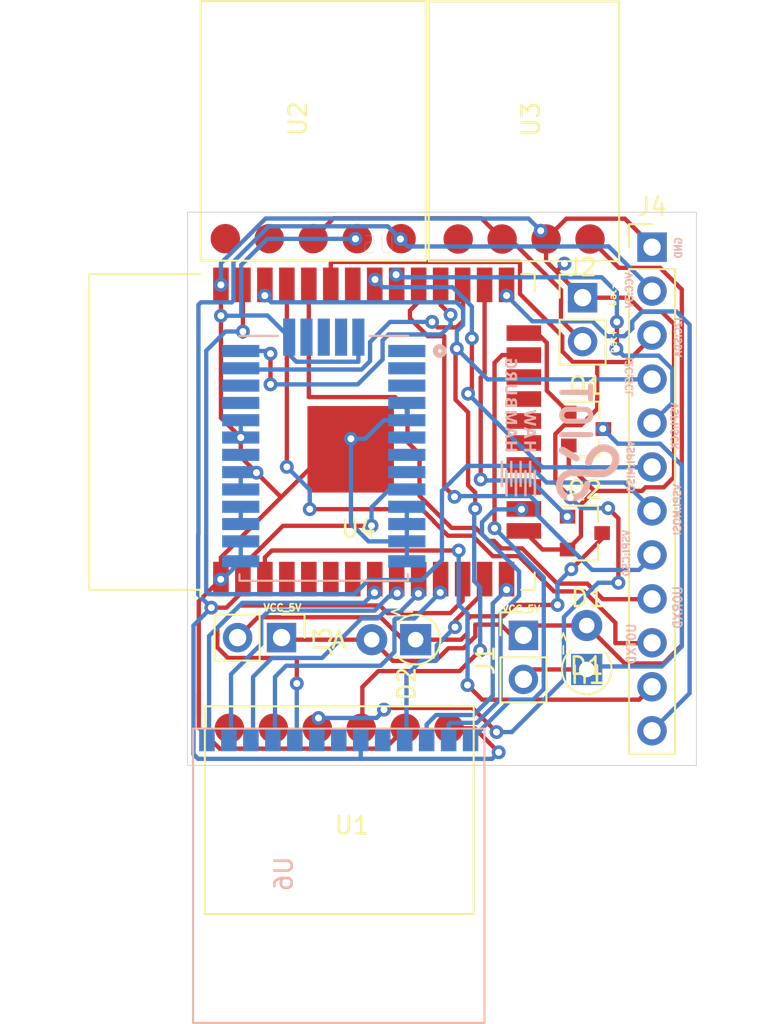
<source format=kicad_pcb>
(kicad_pcb (version 20171130) (host pcbnew 5.1.6+dfsg1-1)

  (general
    (thickness 1.6)
    (drawings 20)
    (tracks 542)
    (zones 0)
    (modules 17)
    (nets 60)
  )

  (page A4)
  (layers
    (0 F.Cu signal)
    (31 B.Cu signal)
    (32 B.Adhes user)
    (33 F.Adhes user)
    (34 B.Paste user)
    (35 F.Paste user)
    (36 B.SilkS user)
    (37 F.SilkS user)
    (38 B.Mask user)
    (39 F.Mask user)
    (40 Dwgs.User user)
    (41 Cmts.User user)
    (42 Eco1.User user)
    (43 Eco2.User user)
    (44 Edge.Cuts user)
    (45 Margin user)
    (46 B.CrtYd user)
    (47 F.CrtYd user)
    (48 B.Fab user)
    (49 F.Fab user)
  )

  (setup
    (last_trace_width 0.25)
    (trace_clearance 0.2)
    (zone_clearance 0.508)
    (zone_45_only no)
    (trace_min 0.2)
    (via_size 0.8)
    (via_drill 0.4)
    (via_min_size 0.4)
    (via_min_drill 0.3)
    (uvia_size 0.3)
    (uvia_drill 0.1)
    (uvias_allowed no)
    (uvia_min_size 0.2)
    (uvia_min_drill 0.1)
    (edge_width 0.05)
    (segment_width 0.2)
    (pcb_text_width 0.3)
    (pcb_text_size 1.5 1.5)
    (mod_edge_width 0.12)
    (mod_text_size 1 1)
    (mod_text_width 0.15)
    (pad_size 1.524 1.524)
    (pad_drill 0.762)
    (pad_to_mask_clearance 0.00129)
    (solder_mask_min_width 0.002565)
    (aux_axis_origin 0 0)
    (visible_elements FFFFFF7F)
    (pcbplotparams
      (layerselection 0x010fc_ffffffff)
      (usegerberextensions false)
      (usegerberattributes true)
      (usegerberadvancedattributes true)
      (creategerberjobfile true)
      (excludeedgelayer true)
      (linewidth 0.100000)
      (plotframeref false)
      (viasonmask false)
      (mode 1)
      (useauxorigin false)
      (hpglpennumber 1)
      (hpglpenspeed 20)
      (hpglpendiameter 15.000000)
      (psnegative false)
      (psa4output false)
      (plotreference true)
      (plotvalue true)
      (plotinvisibletext false)
      (padsonsilk false)
      (subtractmaskfromsilk false)
      (outputformat 1)
      (mirror false)
      (drillshape 0)
      (scaleselection 1)
      (outputdirectory "/home/tobi/riot_ballon_control/schaltplan/"))
  )

  (net 0 "")
  (net 1 GND)
  (net 2 bat+)
  (net 3 ESP_GPIO2)
  (net 4 "Net-(U1-Pad5)")
  (net 5 "Net-(U1-Pad6)")
  (net 6 VCC_3V3)
  (net 7 "Net-(U2-Pad1)")
  (net 8 "Net-(U2-Pad2)")
  (net 9 "Net-(U4-Pad32)")
  (net 10 ESP_U2TXD)
  (net 11 ESP_U2RXD)
  (net 12 "Net-(U4-Pad22)")
  (net 13 "Net-(U4-Pad21)")
  (net 14 "Net-(U4-Pad20)")
  (net 15 "Net-(U4-Pad19)")
  (net 16 "Net-(U4-Pad18)")
  (net 17 "Net-(U4-Pad17)")
  (net 18 ESP_GPIO27)
  (net 19 ESP_GPIO26)
  (net 20 ESP_GPIO25)
  (net 21 ESP_GPIO33)
  (net 22 ESP_GPIO32)
  (net 23 "Net-(U4-Pad7)")
  (net 24 "Net-(U4-Pad6)")
  (net 25 "Net-(U4-Pad5)")
  (net 26 "Net-(U4-Pad4)")
  (net 27 "Net-(U5-Pad20)")
  (net 28 "Net-(U5-Pad6)")
  (net 29 "Net-(U5-Pad7)")
  (net 30 "Net-(U5-Pad8)")
  (net 31 "Net-(U5-Pad2)")
  (net 32 "Net-(U6-Pad7)")
  (net 33 "Net-(U6-Pad6)")
  (net 34 VCC_5V5)
  (net 35 "Net-(U3-Pad1)")
  (net 36 ESP_GPIO4)
  (net 37 /Valve_1_DRAIN)
  (net 38 /Valve_2_DRAIN)
  (net 39 ESP_U0TXD)
  (net 40 ESP_U0RXD)
  (net 41 ESP_VSPI_CS0)
  (net 42 ESP_VSPI_MOSI)
  (net 43 ESP_VSPI_MISO)
  (net 44 ESP_VSPI_SCK)
  (net 45 ESP_I2C_SCL)
  (net 46 ESP_I2C_SDA)
  (net 47 ESP_HSPI_CS0)
  (net 48 ESP_HSPI_MOSI)
  (net 49 ESP_HSPI_MISO)
  (net 50 ESP_HSPI_SCK)
  (net 51 "Net-(U5-Pad30)")
  (net 52 "Net-(U5-Pad29)")
  (net 53 "Net-(U5-Pad28)")
  (net 54 "Net-(U5-Pad24)")
  (net 55 "Net-(U5-Pad23)")
  (net 56 L96_ANT)
  (net 57 "Net-(U5-Pad3)")
  (net 58 ESP_IO0)
  (net 59 ESP_EN)

  (net_class Default "This is the default net class."
    (clearance 0.2)
    (trace_width 0.25)
    (via_dia 0.8)
    (via_drill 0.4)
    (uvia_dia 0.3)
    (uvia_drill 0.1)
    (add_net /Valve_1_DRAIN)
    (add_net /Valve_2_DRAIN)
    (add_net ESP_EN)
    (add_net ESP_GPIO2)
    (add_net ESP_GPIO25)
    (add_net ESP_GPIO26)
    (add_net ESP_GPIO27)
    (add_net ESP_GPIO32)
    (add_net ESP_GPIO33)
    (add_net ESP_GPIO4)
    (add_net ESP_HSPI_CS0)
    (add_net ESP_HSPI_MISO)
    (add_net ESP_HSPI_MOSI)
    (add_net ESP_HSPI_SCK)
    (add_net ESP_I2C_SCL)
    (add_net ESP_I2C_SDA)
    (add_net ESP_IO0)
    (add_net ESP_U0RXD)
    (add_net ESP_U0TXD)
    (add_net ESP_U2RXD)
    (add_net ESP_U2TXD)
    (add_net ESP_VSPI_CS0)
    (add_net ESP_VSPI_MISO)
    (add_net ESP_VSPI_MOSI)
    (add_net ESP_VSPI_SCK)
    (add_net GND)
    (add_net L96_ANT)
    (add_net "Net-(U1-Pad5)")
    (add_net "Net-(U1-Pad6)")
    (add_net "Net-(U2-Pad1)")
    (add_net "Net-(U2-Pad2)")
    (add_net "Net-(U3-Pad1)")
    (add_net "Net-(U4-Pad17)")
    (add_net "Net-(U4-Pad18)")
    (add_net "Net-(U4-Pad19)")
    (add_net "Net-(U4-Pad20)")
    (add_net "Net-(U4-Pad21)")
    (add_net "Net-(U4-Pad22)")
    (add_net "Net-(U4-Pad32)")
    (add_net "Net-(U4-Pad4)")
    (add_net "Net-(U4-Pad5)")
    (add_net "Net-(U4-Pad6)")
    (add_net "Net-(U4-Pad7)")
    (add_net "Net-(U5-Pad2)")
    (add_net "Net-(U5-Pad20)")
    (add_net "Net-(U5-Pad23)")
    (add_net "Net-(U5-Pad24)")
    (add_net "Net-(U5-Pad28)")
    (add_net "Net-(U5-Pad29)")
    (add_net "Net-(U5-Pad3)")
    (add_net "Net-(U5-Pad30)")
    (add_net "Net-(U5-Pad6)")
    (add_net "Net-(U5-Pad7)")
    (add_net "Net-(U5-Pad8)")
    (add_net "Net-(U6-Pad6)")
    (add_net "Net-(U6-Pad7)")
    (add_net VCC_3V3)
    (add_net VCC_5V5)
    (add_net bat+)
  )

  (module Connector_PinHeader_2.54mm:PinHeader_1x12_P2.54mm_Vertical (layer F.Cu) (tedit 59FED5CC) (tstamp 6006D428)
    (at 112.0648 80.7212)
    (descr "Through hole straight pin header, 1x12, 2.54mm pitch, single row")
    (tags "Through hole pin header THT 1x12 2.54mm single row")
    (path /60080608)
    (fp_text reference J4 (at 0 -2.33) (layer F.SilkS)
      (effects (font (size 1 1) (thickness 0.15)))
    )
    (fp_text value Conn_01x12_Male (at 0 30.27) (layer F.Fab)
      (effects (font (size 1 1) (thickness 0.15)))
    )
    (fp_line (start 1.8 -1.8) (end -1.8 -1.8) (layer F.CrtYd) (width 0.05))
    (fp_line (start 1.8 29.75) (end 1.8 -1.8) (layer F.CrtYd) (width 0.05))
    (fp_line (start -1.8 29.75) (end 1.8 29.75) (layer F.CrtYd) (width 0.05))
    (fp_line (start -1.8 -1.8) (end -1.8 29.75) (layer F.CrtYd) (width 0.05))
    (fp_line (start -1.33 -1.33) (end 0 -1.33) (layer F.SilkS) (width 0.12))
    (fp_line (start -1.33 0) (end -1.33 -1.33) (layer F.SilkS) (width 0.12))
    (fp_line (start -1.33 1.27) (end 1.33 1.27) (layer F.SilkS) (width 0.12))
    (fp_line (start 1.33 1.27) (end 1.33 29.27) (layer F.SilkS) (width 0.12))
    (fp_line (start -1.33 1.27) (end -1.33 29.27) (layer F.SilkS) (width 0.12))
    (fp_line (start -1.33 29.27) (end 1.33 29.27) (layer F.SilkS) (width 0.12))
    (fp_line (start -1.27 -0.635) (end -0.635 -1.27) (layer F.Fab) (width 0.1))
    (fp_line (start -1.27 29.21) (end -1.27 -0.635) (layer F.Fab) (width 0.1))
    (fp_line (start 1.27 29.21) (end -1.27 29.21) (layer F.Fab) (width 0.1))
    (fp_line (start 1.27 -1.27) (end 1.27 29.21) (layer F.Fab) (width 0.1))
    (fp_line (start -0.635 -1.27) (end 1.27 -1.27) (layer F.Fab) (width 0.1))
    (fp_text user %R (at 0 13.97 90) (layer F.Fab)
      (effects (font (size 1 1) (thickness 0.15)))
    )
    (pad 12 thru_hole oval (at 0 27.94) (size 1.7 1.7) (drill 1) (layers *.Cu *.Mask)
      (net 58 ESP_IO0))
    (pad 11 thru_hole oval (at 0 25.4) (size 1.7 1.7) (drill 1) (layers *.Cu *.Mask)
      (net 59 ESP_EN))
    (pad 10 thru_hole oval (at 0 22.86) (size 1.7 1.7) (drill 1) (layers *.Cu *.Mask)
      (net 39 ESP_U0TXD))
    (pad 9 thru_hole oval (at 0 20.32) (size 1.7 1.7) (drill 1) (layers *.Cu *.Mask)
      (net 40 ESP_U0RXD))
    (pad 8 thru_hole oval (at 0 17.78) (size 1.7 1.7) (drill 1) (layers *.Cu *.Mask)
      (net 41 ESP_VSPI_CS0))
    (pad 7 thru_hole oval (at 0 15.24) (size 1.7 1.7) (drill 1) (layers *.Cu *.Mask)
      (net 42 ESP_VSPI_MOSI))
    (pad 6 thru_hole oval (at 0 12.7) (size 1.7 1.7) (drill 1) (layers *.Cu *.Mask)
      (net 43 ESP_VSPI_MISO))
    (pad 5 thru_hole oval (at 0 10.16) (size 1.7 1.7) (drill 1) (layers *.Cu *.Mask)
      (net 44 ESP_VSPI_SCK))
    (pad 4 thru_hole oval (at 0 7.62) (size 1.7 1.7) (drill 1) (layers *.Cu *.Mask)
      (net 45 ESP_I2C_SCL))
    (pad 3 thru_hole oval (at 0 5.08) (size 1.7 1.7) (drill 1) (layers *.Cu *.Mask)
      (net 46 ESP_I2C_SDA))
    (pad 2 thru_hole oval (at 0 2.54) (size 1.7 1.7) (drill 1) (layers *.Cu *.Mask)
      (net 6 VCC_3V3))
    (pad 1 thru_hole rect (at 0 0) (size 1.7 1.7) (drill 1) (layers *.Cu *.Mask)
      (net 1 GND))
    (model ${KISYS3DMOD}/Connector_PinHeader_2.54mm.3dshapes/PinHeader_1x12_P2.54mm_Vertical.wrl
      (at (xyz 0 0 0))
      (scale (xyz 1 1 1))
      (rotate (xyz 0 0 0))
    )
  )

  (module balloon_control:XCVR_L96-M33 (layer B.Cu) (tedit 5FF366B6) (tstamp 5FF47997)
    (at 93.09 92.92 180)
    (path /600746DA)
    (fp_text reference U5 (at -3.178875 12.326575) (layer B.SilkS)
      (effects (font (size 1.00122 1.00122) (thickness 0.015)) (justify mirror))
    )
    (fp_text value L96-M33 (at 1.27055 -11.81853) (layer B.Fab)
      (effects (font (size 1.000425 1.000425) (thickness 0.015)) (justify mirror))
    )
    (fp_poly (pts (xy -2.35 8.475) (xy -1.65 8.475) (xy -1.65 6.025) (xy -2.35 6.025)) (layer B.Paste) (width 0.01))
    (fp_poly (pts (xy -1.35 8.475) (xy -0.65 8.475) (xy -0.65 6.025) (xy -1.35 6.025)) (layer B.Paste) (width 0.01))
    (fp_poly (pts (xy -0.35 8.475) (xy 0.35 8.475) (xy 0.35 6.025) (xy -0.35 6.025)) (layer B.Paste) (width 0.01))
    (fp_poly (pts (xy 0.65 8.475) (xy 1.35 8.475) (xy 1.35 6.025) (xy 0.65 6.025)) (layer B.Paste) (width 0.01))
    (fp_poly (pts (xy 1.65 8.475) (xy 2.35 8.475) (xy 2.35 6.025) (xy 1.65 6.025)) (layer B.Paste) (width 0.01))
    (fp_poly (pts (xy 3.825 -5.6) (xy 6.275 -5.6) (xy 6.275 -6.3) (xy 3.825 -6.3)) (layer B.Paste) (width 0.01))
    (fp_poly (pts (xy -6.275 -5.6) (xy -3.825 -5.6) (xy -3.825 -6.3) (xy -6.275 -6.3)) (layer B.Paste) (width 0.01))
    (fp_poly (pts (xy 3.825 -4.45) (xy 6.275 -4.45) (xy 6.275 -5.15) (xy 3.825 -5.15)) (layer B.Paste) (width 0.01))
    (fp_poly (pts (xy 3.825 -3.45) (xy 6.275 -3.45) (xy 6.275 -4.15) (xy 3.825 -4.15)) (layer B.Paste) (width 0.01))
    (fp_poly (pts (xy 3.825 -2.45) (xy 6.275 -2.45) (xy 6.275 -3.15) (xy 3.825 -3.15)) (layer B.Paste) (width 0.01))
    (fp_poly (pts (xy 3.825 -1.45) (xy 6.275 -1.45) (xy 6.275 -2.15) (xy 3.825 -2.15)) (layer B.Paste) (width 0.01))
    (fp_poly (pts (xy 3.825 -0.45) (xy 6.275 -0.45) (xy 6.275 -1.15) (xy 3.825 -1.15)) (layer B.Paste) (width 0.01))
    (fp_poly (pts (xy 3.825 6.55) (xy 6.275 6.55) (xy 6.275 5.85) (xy 3.825 5.85)) (layer B.Paste) (width 0.01))
    (fp_poly (pts (xy 3.825 5.55) (xy 6.275 5.55) (xy 6.275 4.85) (xy 3.825 4.85)) (layer B.Paste) (width 0.01))
    (fp_poly (pts (xy 3.825 4.55) (xy 6.275 4.55) (xy 6.275 3.85) (xy 3.825 3.85)) (layer B.Paste) (width 0.01))
    (fp_poly (pts (xy 3.825 2.55) (xy 6.275 2.55) (xy 6.275 1.85) (xy 3.825 1.85)) (layer B.Paste) (width 0.01))
    (fp_poly (pts (xy 3.825 3.55) (xy 6.275 3.55) (xy 6.275 2.85) (xy 3.825 2.85)) (layer B.Paste) (width 0.01))
    (fp_poly (pts (xy 3.825 1.55) (xy 6.275 1.55) (xy 6.275 0.85) (xy 3.825 0.85)) (layer B.Paste) (width 0.01))
    (fp_poly (pts (xy -6.275 -4.45) (xy -3.825 -4.45) (xy -3.825 -5.15) (xy -6.275 -5.15)) (layer B.Paste) (width 0.01))
    (fp_poly (pts (xy -6.275 -3.45) (xy -3.825 -3.45) (xy -3.825 -4.15) (xy -6.275 -4.15)) (layer B.Paste) (width 0.01))
    (fp_poly (pts (xy -6.275 -2.45) (xy -3.825 -2.45) (xy -3.825 -3.15) (xy -6.275 -3.15)) (layer B.Paste) (width 0.01))
    (fp_poly (pts (xy -6.275 -1.45) (xy -3.825 -1.45) (xy -3.825 -2.15) (xy -6.275 -2.15)) (layer B.Paste) (width 0.01))
    (fp_poly (pts (xy -6.275 -0.45) (xy -3.825 -0.45) (xy -3.825 -1.15) (xy -6.275 -1.15)) (layer B.Paste) (width 0.01))
    (fp_poly (pts (xy -6.275 6.55) (xy -3.825 6.55) (xy -3.825 5.85) (xy -6.275 5.85)) (layer B.Paste) (width 0.01))
    (fp_poly (pts (xy -6.275 5.55) (xy -3.825 5.55) (xy -3.825 4.85) (xy -6.275 4.85)) (layer B.Paste) (width 0.01))
    (fp_poly (pts (xy -6.275 4.55) (xy -3.825 4.55) (xy -3.825 3.85) (xy -6.275 3.85)) (layer B.Paste) (width 0.01))
    (fp_poly (pts (xy -6.275 3.55) (xy -3.825 3.55) (xy -3.825 2.85) (xy -6.275 2.85)) (layer B.Paste) (width 0.01))
    (fp_poly (pts (xy -6.275 2.55) (xy -3.825 2.55) (xy -3.825 1.85) (xy -6.275 1.85)) (layer B.Paste) (width 0.01))
    (fp_poly (pts (xy -6.275 1.55) (xy -3.825 1.55) (xy -3.825 0.85) (xy -6.275 0.85)) (layer B.Paste) (width 0.01))
    (fp_poly (pts (xy 3.825 0.55) (xy 6.275 0.55) (xy 6.275 -0.15) (xy 3.825 -0.15)) (layer B.Paste) (width 0.01))
    (fp_poly (pts (xy -6.275 0.55) (xy -3.825 0.55) (xy -3.825 -0.15) (xy -6.275 -0.15)) (layer B.Paste) (width 0.01))
    (fp_circle (center -6.7 6.2) (end -6.6 6.2) (layer B.Fab) (width 0.3))
    (fp_circle (center -6.7 6.2) (end -6.6 6.2) (layer B.SilkS) (width 0.3))
    (fp_line (start -8.875 11.075) (end -8.875 -10.075) (layer B.CrtYd) (width 0.05))
    (fp_line (start 8.875 11.075) (end -8.875 11.075) (layer B.CrtYd) (width 0.05))
    (fp_line (start 8.875 -10.075) (end 8.875 11.075) (layer B.CrtYd) (width 0.05))
    (fp_line (start -8.875 -10.075) (end 8.875 -10.075) (layer B.CrtYd) (width 0.05))
    (fp_line (start 4.875 -7.075) (end 4.875 -6.7) (layer B.SilkS) (width 0.127))
    (fp_line (start -4.875 -7.075) (end 4.875 -7.075) (layer B.SilkS) (width 0.127))
    (fp_line (start -4.875 -6.7) (end -4.875 -7.075) (layer B.SilkS) (width 0.127))
    (fp_line (start 2.65 7.075) (end 4.875 7.075) (layer B.SilkS) (width 0.127))
    (fp_line (start -4.875 7.075) (end -2.65 7.075) (layer B.SilkS) (width 0.127))
    (fp_line (start -4.875 -7.075) (end -4.875 7.075) (layer B.Fab) (width 0.127))
    (fp_line (start 4.875 -7.075) (end -4.875 -7.075) (layer B.Fab) (width 0.127))
    (fp_line (start 4.875 7.075) (end 4.875 -7.075) (layer B.Fab) (width 0.127))
    (fp_line (start -4.875 7.075) (end 4.875 7.075) (layer B.Fab) (width 0.127))
    (pad 31 smd rect (at -2 7 180) (size 0.7 2.15) (layers B.Cu B.Mask)
      (net 1 GND))
    (pad 30 smd rect (at -1 7 180) (size 0.7 2.15) (layers B.Cu B.Mask)
      (net 51 "Net-(U5-Pad30)"))
    (pad 29 smd rect (at 0 7 180) (size 0.7 2.15) (layers B.Cu B.Mask)
      (net 52 "Net-(U5-Pad29)"))
    (pad 28 smd rect (at 1 7 180) (size 0.7 2.15) (layers B.Cu B.Mask)
      (net 53 "Net-(U5-Pad28)"))
    (pad 27 smd rect (at 2 7 180) (size 0.7 2.15) (layers B.Cu B.Mask)
      (net 1 GND))
    (pad 26 smd rect (at 4.8 6.2 180) (size 2.15 0.7) (layers B.Cu B.Mask)
      (net 10 ESP_U2TXD))
    (pad 25 smd rect (at 4.8 5.2 180) (size 2.15 0.7) (layers B.Cu B.Mask)
      (net 11 ESP_U2RXD))
    (pad 24 smd rect (at 4.8 4.2 180) (size 2.15 0.7) (layers B.Cu B.Mask)
      (net 54 "Net-(U5-Pad24)"))
    (pad 23 smd rect (at 4.8 3.2 180) (size 2.15 0.7) (layers B.Cu B.Mask)
      (net 55 "Net-(U5-Pad23)"))
    (pad 22 smd rect (at 4.8 2.2 180) (size 2.15 0.7) (layers B.Cu B.Mask)
      (net 1 GND))
    (pad 21 smd rect (at 4.8 1.2 180) (size 2.15 0.7) (layers B.Cu B.Mask)
      (net 1 GND))
    (pad 20 smd rect (at 4.8 0.2 180) (size 2.15 0.7) (layers B.Cu B.Mask)
      (net 27 "Net-(U5-Pad20)"))
    (pad 19 smd rect (at 4.8 -0.8 180) (size 2.15 0.7) (layers B.Cu B.Mask)
      (net 1 GND))
    (pad 18 smd rect (at 4.8 -1.8 180) (size 2.15 0.7) (layers B.Cu B.Mask)
      (net 1 GND))
    (pad 17 smd rect (at 4.8 -2.8 180) (size 2.15 0.7) (layers B.Cu B.Mask)
      (net 56 L96_ANT))
    (pad 16 smd rect (at 4.8 -3.8 180) (size 2.15 0.7) (layers B.Cu B.Mask)
      (net 56 L96_ANT))
    (pad 15 smd rect (at 4.8 -4.8 180) (size 2.15 0.7) (layers B.Cu B.Mask)
      (net 1 GND))
    (pad 14 smd rect (at 4.8 -5.95 180) (size 2.15 0.7) (layers B.Cu B.Mask)
      (net 1 GND))
    (pad 13 smd rect (at -4.8 -5.95 180) (size 2.15 0.7) (layers B.Cu B.Mask)
      (net 1 GND))
    (pad 12 smd rect (at -4.8 -4.8 180) (size 2.15 0.7) (layers B.Cu B.Mask)
      (net 1 GND))
    (pad 11 smd rect (at -4.8 -3.8 180) (size 2.15 0.7) (layers B.Cu B.Mask)
      (net 1 GND))
    (pad 10 smd rect (at -4.8 -2.8 180) (size 2.15 0.7) (layers B.Cu B.Mask)
      (net 1 GND))
    (pad 9 smd rect (at -4.8 -1.8 180) (size 2.15 0.7) (layers B.Cu B.Mask)
      (net 6 VCC_3V3))
    (pad 8 smd rect (at -4.8 -0.8 180) (size 2.15 0.7) (layers B.Cu B.Mask)
      (net 30 "Net-(U5-Pad8)"))
    (pad 7 smd rect (at -4.8 0.2 180) (size 2.15 0.7) (layers B.Cu B.Mask)
      (net 29 "Net-(U5-Pad7)"))
    (pad 6 smd rect (at -4.8 1.2 180) (size 2.15 0.7) (layers B.Cu B.Mask)
      (net 28 "Net-(U5-Pad6)"))
    (pad 5 smd rect (at -4.8 2.2 180) (size 2.15 0.7) (layers B.Cu B.Mask)
      (net 1 GND))
    (pad 4 smd rect (at -4.8 3.2 180) (size 2.15 0.7) (layers B.Cu B.Mask)
      (net 1 GND))
    (pad 3 smd rect (at -4.8 4.2 180) (size 2.15 0.7) (layers B.Cu B.Mask)
      (net 57 "Net-(U5-Pad3)"))
    (pad 2 smd rect (at -4.8 5.2 180) (size 2.15 0.7) (layers B.Cu B.Mask)
      (net 31 "Net-(U5-Pad2)"))
    (pad 1 smd rect (at -4.8 6.2 180) (size 2.15 0.7) (layers B.Cu B.Mask))
  )

  (module balloon_control:RIOT_LOGO (layer B.Cu) (tedit 0) (tstamp 5FF46E15)
    (at 108.36 92.03 90)
    (fp_text reference G*** (at 0 0 90) (layer B.SilkS) hide
      (effects (font (size 1.524 1.524) (thickness 0.3)) (justify mirror))
    )
    (fp_text value LOGO (at 0.75 0 90) (layer B.SilkS) hide
      (effects (font (size 1.524 1.524) (thickness 0.3)) (justify mirror))
    )
    (fp_poly (pts (xy -0.88128 1.817997) (xy -0.76763 1.801881) (xy -0.657982 1.770372) (xy -0.595894 1.744545)
      (xy -0.491057 1.686441) (xy -0.396452 1.61553) (xy -0.312838 1.533044) (xy -0.240975 1.44021)
      (xy -0.181623 1.338259) (xy -0.135539 1.228421) (xy -0.103485 1.111924) (xy -0.086219 0.99)
      (xy -0.083273 0.9144) (xy -0.087721 0.812063) (xy -0.102094 0.7181) (xy -0.127649 0.627243)
      (xy -0.165645 0.534228) (xy -0.182445 0.499533) (xy -0.244771 0.393215) (xy -0.322093 0.291463)
      (xy -0.412793 0.195582) (xy -0.515251 0.106874) (xy -0.627848 0.026643) (xy -0.748965 -0.043807)
      (xy -0.876982 -0.103173) (xy -0.976269 -0.139547) (xy -1.043794 -0.158674) (xy -1.100208 -0.167734)
      (xy -1.148191 -0.166491) (xy -1.190421 -0.154708) (xy -1.229576 -0.132147) (xy -1.250549 -0.115255)
      (xy -1.274972 -0.090212) (xy -1.295945 -0.06265) (xy -1.304896 -0.046895) (xy -1.317388 -0.002928)
      (xy -1.320143 0.047595) (xy -1.313234 0.09743) (xy -1.303155 0.127) (xy -1.285533 0.160338)
      (xy -1.264627 0.18695) (xy -1.237535 0.208884) (xy -1.201354 0.228187) (xy -1.153181 0.246904)
      (xy -1.115659 0.259226) (xy -1.002064 0.301832) (xy -0.896292 0.355318) (xy -0.799725 0.418482)
      (xy -0.713741 0.490119) (xy -0.639721 0.569026) (xy -0.579046 0.653999) (xy -0.533094 0.743834)
      (xy -0.519802 0.778933) (xy -0.508314 0.829041) (xy -0.503384 0.889266) (xy -0.504872 0.954173)
      (xy -0.512638 1.018326) (xy -0.52654 1.076291) (xy -0.527582 1.079499) (xy -0.562288 1.160923)
      (xy -0.608932 1.233458) (xy -0.665851 1.29549) (xy -0.731385 1.345405) (xy -0.803874 1.381588)
      (xy -0.854328 1.397072) (xy -0.90384 1.403773) (xy -0.962882 1.404163) (xy -1.025462 1.398697)
      (xy -1.085585 1.387828) (xy -1.124974 1.376573) (xy -1.221479 1.335065) (xy -1.308771 1.281112)
      (xy -1.385567 1.216051) (xy -1.450582 1.141218) (xy -1.502531 1.057952) (xy -1.540132 0.96759)
      (xy -1.549732 0.93427) (xy -1.555356 0.909936) (xy -1.559582 0.884949) (xy -1.562595 0.856411)
      (xy -1.564583 0.821427) (xy -1.565733 0.7771) (xy -1.566233 0.720534) (xy -1.566299 0.678095)
      (xy -1.565396 0.558772) (xy -1.562728 0.422715) (xy -1.5583 0.270029) (xy -1.552114 0.100821)
      (xy -1.544176 -0.084803) (xy -1.534487 -0.286737) (xy -1.532281 -0.330201) (xy -1.525912 -0.462035)
      (xy -1.52114 -0.577959) (xy -1.517952 -0.678923) (xy -1.51634 -0.765873) (xy -1.51629 -0.839757)
      (xy -1.517794 -0.901522) (xy -1.520839 -0.952118) (xy -1.524692 -0.987492) (xy -1.550618 -1.119496)
      (xy -1.590097 -1.24297) (xy -1.642438 -1.357161) (xy -1.706948 -1.461318) (xy -1.782934 -1.55469)
      (xy -1.869707 -1.636524) (xy -1.966572 -1.706069) (xy -2.072839 -1.762574) (xy -2.187815 -1.805288)
      (xy -2.302309 -1.832036) (xy -2.373308 -1.840648) (xy -2.452472 -1.844317) (xy -2.532761 -1.843037)
      (xy -2.607134 -1.836804) (xy -2.637367 -1.832281) (xy -2.754884 -1.803836) (xy -2.865655 -1.761615)
      (xy -2.968356 -1.706626) (xy -3.061664 -1.639879) (xy -3.144256 -1.562382) (xy -3.214809 -1.475145)
      (xy -3.272 -1.379176) (xy -3.293715 -1.331755) (xy -3.331487 -1.22108) (xy -3.356681 -1.102777)
      (xy -3.368813 -0.981068) (xy -3.367398 -0.860176) (xy -3.35751 -0.774721) (xy -3.32779 -0.643369)
      (xy -3.283198 -0.518549) (xy -3.22455 -0.401395) (xy -3.152658 -0.293042) (xy -3.068337 -0.194624)
      (xy -2.972401 -0.107275) (xy -2.865664 -0.03213) (xy -2.796814 0.006607) (xy -2.720153 0.042691)
      (xy -2.642964 0.072906) (xy -2.567488 0.096779) (xy -2.495965 0.113834) (xy -2.430633 0.123597)
      (xy -2.373733 0.125594) (xy -2.327504 0.119349) (xy -2.304713 0.11089) (xy -2.26235 0.080874)
      (xy -2.23172 0.042209) (xy -2.212979 -0.002151) (xy -2.206284 -0.049252) (xy -2.211792 -0.096141)
      (xy -2.229658 -0.139864) (xy -2.260039 -0.177466) (xy -2.288342 -0.198275) (xy -2.312458 -0.209228)
      (xy -2.347475 -0.221241) (xy -2.387614 -0.232441) (xy -2.408767 -0.237358) (xy -2.522388 -0.269078)
      (xy -2.624442 -0.312988) (xy -2.714803 -0.369005) (xy -2.793345 -0.437049) (xy -2.859941 -0.517038)
      (xy -2.872941 -0.536177) (xy -2.921079 -0.617644) (xy -2.955669 -0.695882) (xy -2.978132 -0.775581)
      (xy -2.989886 -0.861432) (xy -2.992524 -0.931334) (xy -2.991452 -0.995456) (xy -2.986917 -1.048073)
      (xy -2.977834 -1.094445) (xy -2.963124 -1.139831) (xy -2.941703 -1.18949) (xy -2.937652 -1.198034)
      (xy -2.894536 -1.269058) (xy -2.838646 -1.330476) (xy -2.771744 -1.38137) (xy -2.695592 -1.420819)
      (xy -2.61195 -1.447906) (xy -2.522582 -1.46171) (xy -2.432566 -1.461577) (xy -2.335606 -1.446182)
      (xy -2.246065 -1.415969) (xy -2.165022 -1.371762) (xy -2.093554 -1.314387) (xy -2.032737 -1.24467)
      (xy -1.983649 -1.163435) (xy -1.955341 -1.095916) (xy -1.944224 -1.061995) (xy -1.934932 -1.028119)
      (xy -1.927425 -0.99277) (xy -1.921658 -0.95443) (xy -1.917592 -0.911583) (xy -1.915182 -0.862711)
      (xy -1.914387 -0.806296) (xy -1.915166 -0.740822) (xy -1.917475 -0.66477) (xy -1.921272 -0.576623)
      (xy -1.926516 -0.474864) (xy -1.933165 -0.357976) (xy -1.934303 -0.338667) (xy -1.944098 -0.16773)
      (xy -1.952715 -0.006184) (xy -1.960133 0.145235) (xy -1.966327 0.285793) (xy -1.971277 0.414754)
      (xy -1.974958 0.531382) (xy -1.977348 0.634941) (xy -1.978424 0.724697) (xy -1.978164 0.799913)
      (xy -1.976545 0.859854) (xy -1.973544 0.903785) (xy -1.972875 0.909775) (xy -1.949188 1.03684)
      (xy -1.90972 1.158637) (xy -1.855093 1.274105) (xy -1.785927 1.382182) (xy -1.702846 1.481807)
      (xy -1.606469 1.571918) (xy -1.56691 1.603128) (xy -1.459366 1.674986) (xy -1.347219 1.732704)
      (xy -1.231902 1.776073) (xy -1.11485 1.804884) (xy -0.997498 1.818928) (xy -0.88128 1.817997)) (layer B.SilkS) (width 0.01))
    (fp_poly (pts (xy -0.848268 -0.495862) (xy -0.831654 -0.498104) (xy -0.815921 -0.503026) (xy -0.8002 -0.511653)
      (xy -0.783621 -0.525014) (xy -0.765317 -0.544137) (xy -0.744417 -0.570049) (xy -0.720054 -0.603777)
      (xy -0.691358 -0.64635) (xy -0.65746 -0.698795) (xy -0.617491 -0.76214) (xy -0.570583 -0.837412)
      (xy -0.515866 -0.92564) (xy -0.494212 -0.960572) (xy -0.446755 -1.037352) (xy -0.401789 -1.110556)
      (xy -0.36015 -1.178792) (xy -0.322673 -1.24067) (xy -0.290194 -1.294799) (xy -0.263548 -1.33979)
      (xy -0.24357 -1.374251) (xy -0.231096 -1.396792) (xy -0.227157 -1.405072) (xy -0.218426 -1.454367)
      (xy -0.222211 -1.507083) (xy -0.237249 -1.558087) (xy -0.262276 -1.602248) (xy -0.280679 -1.622528)
      (xy -0.324376 -1.652504) (xy -0.375656 -1.672162) (xy -0.428804 -1.679824) (xy -0.465667 -1.676847)
      (xy -0.518529 -1.659504) (xy -0.563838 -1.630904) (xy -0.585282 -1.609557) (xy -0.59367 -1.596793)
      (xy -0.609058 -1.570634) (xy -0.630581 -1.53268) (xy -0.657377 -1.484532) (xy -0.68858 -1.427792)
      (xy -0.723326 -1.36406) (xy -0.760752 -1.294938) (xy -0.799993 -1.222025) (xy -0.840185 -1.146925)
      (xy -0.880464 -1.071236) (xy -0.919967 -0.996561) (xy -0.957828 -0.9245) (xy -0.993184 -0.856655)
      (xy -1.02517 -0.794625) (xy -1.026011 -0.792985) (xy -1.044833 -0.755556) (xy -1.056941 -0.728586)
      (xy -1.063621 -0.707608) (xy -1.066157 -0.688152) (xy -1.065834 -0.665754) (xy -1.065284 -0.656405)
      (xy -1.055964 -0.604606) (xy -1.034101 -0.562477) (xy -0.997809 -0.526725) (xy -0.986367 -0.51847)
      (xy -0.966305 -0.506235) (xy -0.946926 -0.49922) (xy -0.922323 -0.496037) (xy -0.887613 -0.495301)
      (xy -0.866631 -0.495269) (xy -0.848268 -0.495862)) (layer B.SilkS) (width 0.01))
    (fp_poly (pts (xy 0.521243 0.297605) (xy 0.562728 0.276749) (xy 0.573118 0.268376) (xy 0.581587 0.261221)
      (xy 0.589113 0.254831) (xy 0.595751 0.248217) (xy 0.601557 0.240392) (xy 0.606586 0.23037)
      (xy 0.610894 0.217161) (xy 0.614536 0.199778) (xy 0.617568 0.177235) (xy 0.620046 0.148542)
      (xy 0.622024 0.112713) (xy 0.623559 0.06876) (xy 0.624706 0.015696) (xy 0.62552 -0.047468)
      (xy 0.626057 -0.121719) (xy 0.626373 -0.208044) (xy 0.626523 -0.307431) (xy 0.626563 -0.420868)
      (xy 0.626548 -0.549342) (xy 0.626533 -0.681633) (xy 0.626526 -0.821963) (xy 0.626493 -0.946362)
      (xy 0.626414 -1.055833) (xy 0.626271 -1.151377) (xy 0.626047 -1.233998) (xy 0.625721 -1.304696)
      (xy 0.625275 -1.364475) (xy 0.624692 -1.414336) (xy 0.623951 -1.455283) (xy 0.623035 -1.488316)
      (xy 0.621925 -1.51444) (xy 0.620602 -1.534655) (xy 0.619048 -1.549965) (xy 0.617244 -1.561371)
      (xy 0.615172 -1.569876) (xy 0.612812 -1.576482) (xy 0.610147 -1.582192) (xy 0.609792 -1.582891)
      (xy 0.592252 -1.609042) (xy 0.570377 -1.631613) (xy 0.566117 -1.634885) (xy 0.533513 -1.649889)
      (xy 0.493384 -1.656984) (xy 0.453406 -1.655448) (xy 0.427567 -1.647936) (xy 0.392685 -1.623936)
      (xy 0.363603 -1.589666) (xy 0.348285 -1.55872) (xy 0.34647 -1.544794) (xy 0.344836 -1.515367)
      (xy 0.343384 -1.471847) (xy 0.34211 -1.415642) (xy 0.341012 -1.348159) (xy 0.340088 -1.270803)
      (xy 0.339336 -1.184984) (xy 0.338755 -1.092106) (xy 0.338341 -0.993579) (xy 0.338093 -0.890808)
      (xy 0.338008 -0.785201) (xy 0.338085 -0.678164) (xy 0.338321 -0.571106) (xy 0.338715 -0.465432)
      (xy 0.339264 -0.36255) (xy 0.339966 -0.263867) (xy 0.340819 -0.17079) (xy 0.34182 -0.084727)
      (xy 0.342968 -0.007083) (xy 0.344261 0.060733) (xy 0.345697 0.117316) (xy 0.347273 0.161256)
      (xy 0.348987 0.191149) (xy 0.350837 0.205586) (xy 0.350933 0.205877) (xy 0.369008 0.243058)
      (xy 0.394942 0.269837) (xy 0.430637 0.289914) (xy 0.476606 0.302085) (xy 0.521243 0.297605)) (layer B.SilkS) (width 0.01))
    (fp_poly (pts (xy 1.721353 0.286306) (xy 1.809054 0.254368) (xy 1.819133 0.249683) (xy 1.873819 0.217262)
      (xy 1.928131 0.173588) (xy 1.977749 0.122917) (xy 2.018356 0.069504) (xy 2.038986 0.033016)
      (xy 2.048993 0.01177) (xy 2.057654 -0.007751) (xy 2.065061 -0.026887) (xy 2.071305 -0.046976)
      (xy 2.076478 -0.069358) (xy 2.080672 -0.095371) (xy 2.083978 -0.126355) (xy 2.086488 -0.163649)
      (xy 2.088293 -0.20859) (xy 2.089484 -0.26252) (xy 2.090154 -0.326775) (xy 2.090394 -0.402697)
      (xy 2.090296 -0.491622) (xy 2.08995 -0.594891) (xy 2.089485 -0.705499) (xy 2.087033 -1.274234)
      (xy 2.065202 -1.33028) (xy 2.037547 -1.393148) (xy 2.00666 -1.445319) (xy 1.968509 -1.493009)
      (xy 1.941715 -1.52082) (xy 1.876903 -1.573617) (xy 1.801553 -1.61591) (xy 1.719999 -1.645297)
      (xy 1.714838 -1.64664) (xy 1.66553 -1.654938) (xy 1.607505 -1.658232) (xy 1.548231 -1.656505)
      (xy 1.495172 -1.649738) (xy 1.483504 -1.647197) (xy 1.405254 -1.620065) (xy 1.330881 -1.578641)
      (xy 1.263563 -1.525399) (xy 1.206481 -1.462814) (xy 1.166343 -1.400275) (xy 1.155503 -1.379438)
      (xy 1.146109 -1.36036) (xy 1.138063 -1.341718) (xy 1.131267 -1.322191) (xy 1.125622 -1.300456)
      (xy 1.121032 -1.275191) (xy 1.117398 -1.245074) (xy 1.114622 -1.208781) (xy 1.112607 -1.164992)
      (xy 1.111255 -1.112383) (xy 1.110468 -1.049632) (xy 1.110147 -0.975418) (xy 1.110196 -0.888417)
      (xy 1.110516 -0.787307) (xy 1.110523 -0.785423) (xy 1.392766 -0.785423) (xy 1.392837 -0.882117)
      (xy 1.39309 -0.964486) (xy 1.393635 -1.033834) (xy 1.394581 -1.091465) (xy 1.396039 -1.138683)
      (xy 1.398119 -1.176793) (xy 1.40093 -1.207099) (xy 1.404582 -1.230904) (xy 1.409186 -1.249514)
      (xy 1.41485 -1.264231) (xy 1.421686 -1.276361) (xy 1.429803 -1.287207) (xy 1.43931 -1.298073)
      (xy 1.446069 -1.305522) (xy 1.491751 -1.344618) (xy 1.543248 -1.368126) (xy 1.599021 -1.37571)
      (xy 1.65753 -1.367036) (xy 1.684867 -1.357524) (xy 1.724074 -1.334062) (xy 1.759787 -1.299564)
      (xy 1.786146 -1.259759) (xy 1.787314 -1.257301) (xy 1.79049 -1.249688) (xy 1.793207 -1.240707)
      (xy 1.795502 -1.229061) (xy 1.797411 -1.213452) (xy 1.798968 -1.19258) (xy 1.800209 -1.165148)
      (xy 1.80117 -1.129857) (xy 1.801886 -1.085409) (xy 1.802392 -1.030506) (xy 1.802723 -0.96385)
      (xy 1.802916 -0.884142) (xy 1.803006 -0.790084) (xy 1.803028 -0.681567) (xy 1.803014 -0.572336)
      (xy 1.802945 -0.478728) (xy 1.802783 -0.399432) (xy 1.802489 -0.333139) (xy 1.802023 -0.278538)
      (xy 1.801347 -0.234318) (xy 1.800421 -0.199169) (xy 1.799207 -0.171782) (xy 1.797665 -0.150845)
      (xy 1.795757 -0.135048) (xy 1.793443 -0.12308) (xy 1.790684 -0.113633) (xy 1.787442 -0.105394)
      (xy 1.785755 -0.1016) (xy 1.762735 -0.060206) (xy 1.734477 -0.030276) (xy 1.695608 -0.00634)
      (xy 1.6891 -0.003196) (xy 1.634013 0.014094) (xy 1.578415 0.015779) (xy 1.525006 0.00288)
      (xy 1.476489 -0.023582) (xy 1.435566 -0.062585) (xy 1.4063 -0.110067) (xy 1.403519 -0.117669)
      (xy 1.401141 -0.12822) (xy 1.399135 -0.142993) (xy 1.39747 -0.163264) (xy 1.396116 -0.190306)
      (xy 1.395042 -0.225395) (xy 1.394217 -0.269804) (xy 1.393612 -0.324809) (xy 1.393195 -0.391683)
      (xy 1.392935 -0.471701) (xy 1.392803 -0.566138) (xy 1.392767 -0.673101) (xy 1.392766 -0.785423)
      (xy 1.110523 -0.785423) (xy 1.111009 -0.670767) (xy 1.111084 -0.653636) (xy 1.113598 -0.080434)
      (xy 1.133232 -0.027748) (xy 1.172408 0.054629) (xy 1.224445 0.127618) (xy 1.287793 0.189471)
      (xy 1.360903 0.238438) (xy 1.375833 0.246172) (xy 1.463108 0.281402) (xy 1.549224 0.29983)
      (xy 1.635024 0.301463) (xy 1.721353 0.286306)) (layer B.SilkS) (width 0.01))
    (fp_poly (pts (xy 3.370067 0.268837) (xy 3.407348 0.234858) (xy 3.430211 0.194774) (xy 3.438591 0.151462)
      (xy 3.432423 0.107798) (xy 3.411639 0.066658) (xy 3.376177 0.030921) (xy 3.375493 0.030411)
      (xy 3.365255 0.023832) (xy 3.353079 0.019008) (xy 3.336167 0.015596) (xy 3.311718 0.013257)
      (xy 3.276932 0.011649) (xy 3.229008 0.01043) (xy 3.208277 0.010025) (xy 3.064933 0.007351)
      (xy 3.064886 -0.756208) (xy 3.064786 -0.907529) (xy 3.064505 -1.042203) (xy 3.064038 -1.160517)
      (xy 3.063382 -1.262756) (xy 3.062535 -1.349206) (xy 3.061492 -1.420153) (xy 3.060251 -1.475883)
      (xy 3.058808 -1.516681) (xy 3.057159 -1.542834) (xy 3.05563 -1.553634) (xy 3.036077 -1.596374)
      (xy 3.005326 -1.629001) (xy 2.966625 -1.650157) (xy 2.923223 -1.658479) (xy 2.878367 -1.652607)
      (xy 2.849206 -1.640105) (xy 2.821907 -1.618916) (xy 2.799052 -1.591663) (xy 2.796428 -1.587328)
      (xy 2.777345 -1.553634) (xy 2.777206 -0.772584) (xy 2.777066 0.008466) (xy 2.645561 0.008466)
      (xy 2.586826 0.008974) (xy 2.542087 0.010987) (xy 2.508424 0.015237) (xy 2.482919 0.022454)
      (xy 2.462651 0.033372) (xy 2.4447 0.048722) (xy 2.43249 0.061881) (xy 2.408888 0.100563)
      (xy 2.399702 0.143581) (xy 2.404462 0.187207) (xy 2.422693 0.227712) (xy 2.453924 0.261369)
      (xy 2.458177 0.264524) (xy 2.484966 0.283633) (xy 2.913068 0.285971) (xy 3.34117 0.28831)
      (xy 3.370067 0.268837)) (layer B.SilkS) (width 0.01))
  )

  (module balloon_control:HAW_LOGO (layer B.Cu) (tedit 0) (tstamp 5FF46B39)
    (at 104.34 91.14 90)
    (fp_text reference G*** (at 0 0 90) (layer B.SilkS) hide
      (effects (font (size 1.524 1.524) (thickness 0.3)) (justify mirror))
    )
    (fp_text value LOGO (at 0.75 0 90) (layer B.SilkS) hide
      (effects (font (size 1.524 1.524) (thickness 0.3)) (justify mirror))
    )
    (fp_poly (pts (xy -1.92532 -1.02616) (xy -3.429 -1.02616) (xy -3.429 -0.89408) (xy -1.92532 -0.89408)
      (xy -1.92532 -1.02616)) (layer B.SilkS) (width 0.01))
    (fp_poly (pts (xy 2.40316 -0.0762) (xy 2.47396 -0.0762) (xy 2.473899 -0.31877) (xy 2.47386 -0.377743)
      (xy 2.473718 -0.427536) (xy 2.473388 -0.469127) (xy 2.472788 -0.503496) (xy 2.471832 -0.531623)
      (xy 2.470437 -0.554487) (xy 2.468518 -0.573066) (xy 2.465992 -0.588341) (xy 2.462774 -0.601291)
      (xy 2.458781 -0.612894) (xy 2.453928 -0.624131) (xy 2.448131 -0.635981) (xy 2.446362 -0.639473)
      (xy 2.422541 -0.675321) (xy 2.39025 -0.706407) (xy 2.350291 -0.732118) (xy 2.303468 -0.751841)
      (xy 2.29616 -0.754166) (xy 2.27678 -0.75832) (xy 2.250266 -0.761629) (xy 2.219618 -0.763952)
      (xy 2.187835 -0.765152) (xy 2.157918 -0.765091) (xy 2.132869 -0.76363) (xy 2.122238 -0.762178)
      (xy 2.076114 -0.749916) (xy 2.033784 -0.731144) (xy 1.997207 -0.706921) (xy 1.969553 -0.679797)
      (xy 1.947493 -0.646842) (xy 1.930108 -0.608943) (xy 1.920278 -0.574244) (xy 1.919129 -0.563012)
      (xy 1.918089 -0.542589) (xy 1.917176 -0.513948) (xy 1.91641 -0.478057) (xy 1.91581 -0.435888)
      (xy 1.915395 -0.388409) (xy 1.915183 -0.336592) (xy 1.91516 -0.311726) (xy 1.91516 -0.0762)
      (xy 2.062106 -0.0762) (xy 2.063563 -0.31877) (xy 2.06391 -0.374718) (xy 2.064251 -0.421429)
      (xy 2.064628 -0.459824) (xy 2.065084 -0.490825) (xy 2.065664 -0.515353) (xy 2.066411 -0.534332)
      (xy 2.067368 -0.548682) (xy 2.068579 -0.559325) (xy 2.070087 -0.567184) (xy 2.071935 -0.573181)
      (xy 2.074168 -0.578237) (xy 2.075955 -0.58166) (xy 2.092431 -0.606565) (xy 2.111966 -0.624229)
      (xy 2.136238 -0.635513) (xy 2.166926 -0.641279) (xy 2.19456 -0.642499) (xy 2.232011 -0.640463)
      (xy 2.261564 -0.633575) (xy 2.284658 -0.620983) (xy 2.302736 -0.60183) (xy 2.317238 -0.575264)
      (xy 2.320216 -0.568025) (xy 2.322269 -0.561824) (xy 2.323996 -0.553968) (xy 2.325432 -0.543528)
      (xy 2.326616 -0.529574) (xy 2.327585 -0.511175) (xy 2.328377 -0.487402) (xy 2.329029 -0.457325)
      (xy 2.329579 -0.420013) (xy 2.330064 -0.374538) (xy 2.330522 -0.319969) (xy 2.330589 -0.31115)
      (xy 2.33236 -0.076199) (xy 2.40316 -0.0762)) (layer B.SilkS) (width 0.01))
    (fp_poly (pts (xy 3.800793 -0.067825) (xy 3.830347 -0.070576) (xy 3.832295 -0.070862) (xy 3.858262 -0.075659)
      (xy 3.884304 -0.081954) (xy 3.908591 -0.089124) (xy 3.929291 -0.096547) (xy 3.944575 -0.103598)
      (xy 3.952613 -0.109654) (xy 3.95335 -0.112077) (xy 3.950944 -0.11956) (xy 3.945531 -0.134186)
      (xy 3.937965 -0.153701) (xy 3.93081 -0.171628) (xy 3.920992 -0.195105) (xy 3.913706 -0.210261)
      (xy 3.908183 -0.218387) (xy 3.903654 -0.220772) (xy 3.901759 -0.220326) (xy 3.870095 -0.20722)
      (xy 3.842157 -0.198501) (xy 3.814131 -0.193377) (xy 3.782201 -0.191054) (xy 3.7592 -0.190674)
      (xy 3.731916 -0.190772) (xy 3.712245 -0.191486) (xy 3.697639 -0.193184) (xy 3.685553 -0.196235)
      (xy 3.673442 -0.201005) (xy 3.66687 -0.204014) (xy 3.62877 -0.226921) (xy 3.59816 -0.256463)
      (xy 3.574979 -0.292754) (xy 3.559167 -0.335905) (xy 3.550665 -0.386026) (xy 3.549029 -0.42418)
      (xy 3.552476 -0.478026) (xy 3.562633 -0.524795) (xy 3.579384 -0.564284) (xy 3.602611 -0.596289)
      (xy 3.632197 -0.620607) (xy 3.668026 -0.637036) (xy 3.672411 -0.638372) (xy 3.690483 -0.642498)
      (xy 3.710444 -0.644439) (xy 3.735478 -0.644402) (xy 3.752772 -0.643602) (xy 3.775088 -0.642076)
      (xy 3.793703 -0.640315) (xy 3.806215 -0.638574) (xy 3.810026 -0.637523) (xy 3.812009 -0.631371)
      (xy 3.813581 -0.616597) (xy 3.814637 -0.594736) (xy 3.815074 -0.567322) (xy 3.81508 -0.56358)
      (xy 3.81508 -0.49276) (xy 3.68808 -0.49276) (xy 3.68808 -0.37592) (xy 3.95732 -0.37592)
      (xy 3.95732 -0.730012) (xy 3.92557 -0.738494) (xy 3.885593 -0.748519) (xy 3.850525 -0.7556)
      (xy 3.816428 -0.760301) (xy 3.779368 -0.76319) (xy 3.74396 -0.764603) (xy 3.704545 -0.765235)
      (xy 3.673236 -0.764553) (xy 3.648054 -0.762468) (xy 3.62966 -0.759458) (xy 3.578361 -0.743873)
      (xy 3.532388 -0.719851) (xy 3.492371 -0.687963) (xy 3.458943 -0.648782) (xy 3.432733 -0.602879)
      (xy 3.419624 -0.56896) (xy 3.407939 -0.521798) (xy 3.400746 -0.469066) (xy 3.398239 -0.414397)
      (xy 3.400611 -0.361425) (xy 3.406475 -0.321095) (xy 3.422515 -0.266473) (xy 3.447055 -0.216914)
      (xy 3.479415 -0.17314) (xy 3.518916 -0.135874) (xy 3.56488 -0.105837) (xy 3.616627 -0.083751)
      (xy 3.63474 -0.078363) (xy 3.660107 -0.073406) (xy 3.692481 -0.069757) (xy 3.728776 -0.067532)
      (xy 3.765908 -0.066849) (xy 3.800793 -0.067825)) (layer B.SilkS) (width 0.01))
    (fp_poly (pts (xy -2.46888 -0.75692) (xy -3.97256 -0.75692) (xy -3.97256 -0.61976) (xy -2.46888 -0.61976)
      (xy -2.46888 -0.75692)) (layer B.SilkS) (width 0.01))
    (fp_poly (pts (xy -1.23444 -0.34036) (xy -0.9652 -0.34036) (xy -0.9652 -0.0762) (xy -0.81788 -0.0762)
      (xy -0.81788 -0.75692) (xy -0.9652 -0.75692) (xy -0.9652 -0.46228) (xy -1.23444 -0.46228)
      (xy -1.23444 -0.75692) (xy -1.38176 -0.75692) (xy -1.38176 -0.0762) (xy -1.23444 -0.0762)
      (xy -1.23444 -0.34036)) (layer B.SilkS) (width 0.01))
    (fp_poly (pts (xy -0.33221 -0.071952) (xy -0.306268 -0.072272) (xy -0.216295 -0.07366) (xy -0.113428 -0.36576)
      (xy -0.094501 -0.419492) (xy -0.076107 -0.471686) (xy -0.058607 -0.521323) (xy -0.042359 -0.567384)
      (xy -0.027724 -0.60885) (xy -0.01506 -0.644704) (xy -0.004726 -0.673926) (xy 0.002916 -0.695499)
      (xy 0.007192 -0.707517) (xy 0.024945 -0.757175) (xy -0.054433 -0.755777) (xy -0.133812 -0.75438)
      (xy -0.181478 -0.5969) (xy -0.305596 -0.595543) (xy -0.429714 -0.594187) (xy -0.441236 -0.633643)
      (xy -0.448711 -0.6589) (xy -0.457399 -0.687759) (xy -0.465465 -0.714127) (xy -0.465738 -0.71501)
      (xy -0.478718 -0.75692) (xy -0.556859 -0.75692) (xy -0.583735 -0.756822) (xy -0.606619 -0.756553)
      (xy -0.623777 -0.756149) (xy -0.633474 -0.755643) (xy -0.635 -0.755331) (xy -0.633359 -0.750399)
      (xy -0.628613 -0.73665) (xy -0.62103 -0.714851) (xy -0.61088 -0.685768) (xy -0.59843 -0.65017)
      (xy -0.583949 -0.608822) (xy -0.567706 -0.562491) (xy -0.549968 -0.511945) (xy -0.536094 -0.47244)
      (xy -0.392262 -0.47244) (xy -0.305351 -0.47244) (xy -0.276915 -0.4723) (xy -0.252381 -0.471914)
      (xy -0.233394 -0.471329) (xy -0.221596 -0.470593) (xy -0.21844 -0.469922) (xy -0.219859 -0.464783)
      (xy -0.223809 -0.451435) (xy -0.229834 -0.431377) (xy -0.237474 -0.40611) (xy -0.246272 -0.377135)
      (xy -0.25577 -0.345952) (xy -0.26551 -0.314061) (xy -0.275034 -0.282962) (xy -0.283885 -0.254156)
      (xy -0.291603 -0.229144) (xy -0.297732 -0.209426) (xy -0.301814 -0.196502) (xy -0.302949 -0.19304)
      (xy -0.304878 -0.196109) (xy -0.309305 -0.207528) (xy -0.315789 -0.225923) (xy -0.323888 -0.249918)
      (xy -0.333158 -0.278139) (xy -0.343159 -0.309211) (xy -0.353447 -0.34176) (xy -0.363581 -0.374409)
      (xy -0.373119 -0.405786) (xy -0.381618 -0.434514) (xy -0.388637 -0.459219) (xy -0.389129 -0.46101)
      (xy -0.392262 -0.47244) (xy -0.536094 -0.47244) (xy -0.531004 -0.45795) (xy -0.51562 -0.414181)
      (xy -0.495889 -0.358031) (xy -0.477175 -0.304728) (xy -0.459748 -0.25504) (xy -0.443875 -0.209734)
      (xy -0.429826 -0.169579) (xy -0.417869 -0.135342) (xy -0.408272 -0.10779) (xy -0.401304 -0.087692)
      (xy -0.397232 -0.075814) (xy -0.39624 -0.072753) (xy -0.391431 -0.072226) (xy -0.378079 -0.071911)
      (xy -0.3578 -0.071817) (xy -0.33221 -0.071952)) (layer B.SilkS) (width 0.01))
    (fp_poly (pts (xy 0.9398 -0.75692) (xy 0.801221 -0.75692) (xy 0.805939 -0.22606) (xy 0.632093 -0.75438)
      (xy 0.496085 -0.75438) (xy 0.414747 -0.489038) (xy 0.399473 -0.439334) (xy 0.385074 -0.392721)
      (xy 0.371826 -0.35007) (xy 0.360003 -0.312256) (xy 0.34988 -0.280152) (xy 0.341731 -0.25463)
      (xy 0.335833 -0.236564) (xy 0.332458 -0.226828) (xy 0.331762 -0.225344) (xy 0.3315 -0.230679)
      (xy 0.33172 -0.244627) (xy 0.33237 -0.265652) (xy 0.333403 -0.29222) (xy 0.334769 -0.322796)
      (xy 0.335146 -0.330665) (xy 0.336469 -0.36355) (xy 0.337669 -0.404096) (xy 0.338697 -0.449805)
      (xy 0.339505 -0.498178) (xy 0.340044 -0.546717) (xy 0.340266 -0.592923) (xy 0.340268 -0.59563)
      (xy 0.34036 -0.75692) (xy 0.20828 -0.75692) (xy 0.20828 -0.075985) (xy 0.308083 -0.077362)
      (xy 0.407887 -0.07874) (xy 0.486816 -0.33401) (xy 0.501953 -0.382784) (xy 0.51625 -0.428502)
      (xy 0.529418 -0.470269) (xy 0.54117 -0.507185) (xy 0.551218 -0.538356) (xy 0.559274 -0.562883)
      (xy 0.56505 -0.57987) (xy 0.568257 -0.58842) (xy 0.568771 -0.58928) (xy 0.570885 -0.584597)
      (xy 0.575842 -0.571144) (xy 0.583341 -0.54981) (xy 0.593077 -0.521483) (xy 0.60475 -0.487055)
      (xy 0.618055 -0.447413) (xy 0.632692 -0.403449) (xy 0.648356 -0.35605) (xy 0.655604 -0.33401)
      (xy 0.739411 -0.07874) (xy 0.839605 -0.077362) (xy 0.9398 -0.075985) (xy 0.9398 -0.75692)) (layer B.SilkS) (width 0.01))
    (fp_poly (pts (xy 1.35763 -0.077555) (xy 1.405092 -0.078274) (xy 1.443596 -0.079067) (xy 1.474344 -0.080002)
      (xy 1.498537 -0.081148) (xy 1.517378 -0.082572) (xy 1.532068 -0.084342) (xy 1.543809 -0.086528)
      (xy 1.55172 -0.088573) (xy 1.591031 -0.102586) (xy 1.621864 -0.119678) (xy 1.645697 -0.140904)
      (xy 1.66401 -0.167319) (xy 1.665219 -0.169571) (xy 1.671517 -0.182485) (xy 1.675538 -0.194329)
      (xy 1.677783 -0.207991) (xy 1.678749 -0.226359) (xy 1.67894 -0.24892) (xy 1.67869 -0.273864)
      (xy 1.677607 -0.291546) (xy 1.67519 -0.304857) (xy 1.670935 -0.316688) (xy 1.665144 -0.328416)
      (xy 1.655596 -0.343342) (xy 1.643058 -0.358837) (xy 1.629713 -0.372634) (xy 1.617748 -0.382469)
      (xy 1.609533 -0.38608) (xy 1.602623 -0.387726) (xy 1.591762 -0.39147) (xy 1.584459 -0.394545)
      (xy 1.582792 -0.397203) (xy 1.58789 -0.400708) (xy 1.600883 -0.406324) (xy 1.607435 -0.408993)
      (xy 1.640651 -0.42662) (xy 1.665833 -0.449654) (xy 1.683682 -0.479012) (xy 1.694902 -0.515608)
      (xy 1.696635 -0.525249) (xy 1.699212 -0.570461) (xy 1.692425 -0.612729) (xy 1.676726 -0.651163)
      (xy 1.652567 -0.684873) (xy 1.6204 -0.712969) (xy 1.593106 -0.728944) (xy 1.576679 -0.736377)
      (xy 1.560021 -0.742389) (xy 1.54185 -0.747125) (xy 1.52088 -0.750729) (xy 1.495827 -0.753346)
      (xy 1.465405 -0.755121) (xy 1.42833 -0.756196) (xy 1.383318 -0.756718) (xy 1.34493 -0.756831)
      (xy 1.1938 -0.75692) (xy 1.1938 -0.635931) (xy 1.34112 -0.635931) (xy 1.41605 -0.634195)
      (xy 1.445755 -0.633378) (xy 1.467269 -0.632332) (xy 1.48256 -0.630772) (xy 1.493596 -0.628412)
      (xy 1.502346 -0.624966) (xy 1.510153 -0.620539) (xy 1.529831 -0.602973) (xy 1.542366 -0.580639)
      (xy 1.547817 -0.555677) (xy 1.54624 -0.53023) (xy 1.537693 -0.506439) (xy 1.522236 -0.486447)
      (xy 1.50622 -0.475274) (xy 1.496312 -0.47093) (xy 1.48487 -0.467826) (xy 1.46985 -0.465692)
      (xy 1.449206 -0.46426) (xy 1.420893 -0.46326) (xy 1.41351 -0.463073) (xy 1.34112 -0.461327)
      (xy 1.34112 -0.635931) (xy 1.1938 -0.635931) (xy 1.1938 -0.346641) (xy 1.34112 -0.346641)
      (xy 1.40589 -0.344319) (xy 1.439876 -0.342524) (xy 1.465377 -0.339774) (xy 1.484042 -0.335851)
      (xy 1.492445 -0.332929) (xy 1.512579 -0.320288) (xy 1.525151 -0.301819) (xy 1.530691 -0.276609)
      (xy 1.531066 -0.2667) (xy 1.529095 -0.244912) (xy 1.522398 -0.227827) (xy 1.51002 -0.214892)
      (xy 1.491007 -0.205553) (xy 1.464403 -0.199257) (xy 1.429253 -0.195452) (xy 1.40589 -0.194219)
      (xy 1.34112 -0.191691) (xy 1.34112 -0.346641) (xy 1.1938 -0.346641) (xy 1.1938 -0.075349)
      (xy 1.35763 -0.077555)) (layer B.SilkS) (width 0.01))
    (fp_poly (pts (xy 2.85877 -0.076288) (xy 2.908176 -0.076531) (xy 2.948861 -0.077309) (xy 2.98226 -0.078802)
      (xy 3.009806 -0.081188) (xy 3.032933 -0.084647) (xy 3.053073 -0.089357) (xy 3.07166 -0.095497)
      (xy 3.090128 -0.103247) (xy 3.095815 -0.105891) (xy 3.132039 -0.128177) (xy 3.160592 -0.157059)
      (xy 3.179319 -0.18796) (xy 3.188962 -0.217015) (xy 3.194348 -0.2516) (xy 3.195334 -0.287959)
      (xy 3.19178 -0.322334) (xy 3.185271 -0.346693) (xy 3.171342 -0.373687) (xy 3.150743 -0.401183)
      (xy 3.126259 -0.42597) (xy 3.10068 -0.444839) (xy 3.099393 -0.445586) (xy 3.085953 -0.453324)
      (xy 3.07666 -0.458764) (xy 3.074176 -0.46029) (xy 3.076448 -0.46462) (xy 3.083616 -0.476165)
      (xy 3.094886 -0.493728) (xy 3.109461 -0.516107) (xy 3.126546 -0.542105) (xy 3.145344 -0.570521)
      (xy 3.165061 -0.600156) (xy 3.1849 -0.629812) (xy 3.204065 -0.658288) (xy 3.221762 -0.684386)
      (xy 3.237193 -0.706906) (xy 3.249563 -0.724649) (xy 3.249932 -0.72517) (xy 3.272411 -0.75692)
      (xy 3.109456 -0.75692) (xy 3.029198 -0.627526) (xy 2.94894 -0.498133) (xy 2.90957 -0.497986)
      (xy 2.8702 -0.49784) (xy 2.8702 -0.75692) (xy 2.72288 -0.75692) (xy 2.72288 -0.377043)
      (xy 2.8702 -0.377043) (xy 2.925032 -0.375167) (xy 2.9515 -0.373909) (xy 2.970642 -0.371918)
      (xy 2.98529 -0.368676) (xy 2.998274 -0.363664) (xy 3.004443 -0.360635) (xy 3.026076 -0.345914)
      (xy 3.039844 -0.327235) (xy 3.04673 -0.302825) (xy 3.047981 -0.282019) (xy 3.044952 -0.253252)
      (xy 3.0355 -0.231673) (xy 3.019016 -0.216137) (xy 3.010409 -0.211402) (xy 2.986456 -0.203089)
      (xy 2.955604 -0.196972) (xy 2.920978 -0.193581) (xy 2.90195 -0.193069) (xy 2.8702 -0.19304)
      (xy 2.8702 -0.377043) (xy 2.72288 -0.377043) (xy 2.72288 -0.0762) (xy 2.85877 -0.076288)) (layer B.SilkS) (width 0.01))
    (fp_poly (pts (xy -1.92532 -0.4826) (xy -3.429295 -0.4826) (xy -3.427878 -0.41529) (xy -3.42646 -0.34798)
      (xy -1.92532 -0.345406) (xy -1.92532 -0.4826)) (layer B.SilkS) (width 0.01))
    (fp_poly (pts (xy -2.47142 -0.07366) (xy -2.47142 -0.21082) (xy -3.22199 -0.212106) (xy -3.97256 -0.213393)
      (xy -3.97256 -0.071086) (xy -2.47142 -0.07366)) (layer B.SilkS) (width 0.01))
    (fp_poly (pts (xy -1.92532 0.06096) (xy -3.429 0.06096) (xy -3.429 0.19812) (xy -1.92532 0.19812)
      (xy -1.92532 0.06096)) (layer B.SilkS) (width 0.01))
    (fp_poly (pts (xy -2.46888 0.33528) (xy -3.97256 0.33528) (xy -3.97256 0.47244) (xy -2.46888 0.47244)
      (xy -2.46888 0.33528)) (layer B.SilkS) (width 0.01))
    (fp_poly (pts (xy -0.89281 1.01995) (xy -0.82042 1.01854) (xy -0.819115 0.67691) (xy -0.817809 0.33528)
      (xy -0.9652 0.33528) (xy -0.9652 0.62992) (xy -1.23444 0.62992) (xy -1.23444 0.33528)
      (xy -1.381832 0.33528) (xy -1.37922 1.01854) (xy -1.30683 1.01995) (xy -1.23444 1.021358)
      (xy -1.23444 0.75184) (xy -0.9652 0.75184) (xy -0.9652 1.021358) (xy -0.89281 1.01995)) (layer B.SilkS) (width 0.01))
    (fp_poly (pts (xy -0.305403 1.019925) (xy -0.216009 1.01854) (xy -0.120991 0.7493) (xy -0.102417 0.696661)
      (xy -0.084101 0.644733) (xy -0.06646 0.594707) (xy -0.049917 0.547774) (xy -0.03489 0.505126)
      (xy -0.021799 0.467953) (xy -0.011063 0.437447) (xy -0.003103 0.414799) (xy -0.000558 0.407543)
      (xy 0.024857 0.335025) (xy -0.054212 0.336423) (xy -0.133281 0.33782) (xy -0.15716 0.41656)
      (xy -0.18104 0.4953) (xy -0.42976 0.498014) (xy -0.454319 0.416647) (xy -0.478879 0.33528)
      (xy -0.55694 0.33528) (xy -0.583801 0.335399) (xy -0.606669 0.335725) (xy -0.623809 0.336216)
      (xy -0.633487 0.336829) (xy -0.635 0.337207) (xy -0.63337 0.342132) (xy -0.628701 0.355695)
      (xy -0.621325 0.376946) (xy -0.611574 0.404939) (xy -0.599782 0.438725) (xy -0.586279 0.477357)
      (xy -0.571399 0.519888) (xy -0.555474 0.565369) (xy -0.538836 0.612853) (xy -0.534029 0.626564)
      (xy -0.390263 0.626564) (xy -0.389074 0.624023) (xy -0.383298 0.622172) (xy -0.371733 0.620918)
      (xy -0.353179 0.620164) (xy -0.326434 0.619815) (xy -0.30458 0.61976) (xy -0.272877 0.61983)
      (xy -0.249978 0.620134) (xy -0.234529 0.620814) (xy -0.225175 0.622011) (xy -0.220562 0.623868)
      (xy -0.219334 0.626527) (xy -0.219682 0.62865) (xy -0.223487 0.641922) (xy -0.229458 0.661935)
      (xy -0.237122 0.687179) (xy -0.246009 0.71614) (xy -0.255645 0.747308) (xy -0.265559 0.779168)
      (xy -0.27528 0.81021) (xy -0.284335 0.838921) (xy -0.292253 0.863788) (xy -0.298561 0.8833)
      (xy -0.302788 0.895944) (xy -0.304414 0.900191) (xy -0.30635 0.896233) (xy -0.310757 0.884004)
      (xy -0.317176 0.86496) (xy -0.32515 0.840561) (xy -0.334222 0.812263) (xy -0.343934 0.781525)
      (xy -0.353829 0.749804) (xy -0.363449 0.718557) (xy -0.372338 0.689243) (xy -0.380038 0.663319)
      (xy -0.386092 0.642243) (xy -0.390041 0.627473) (xy -0.390263 0.626564) (xy -0.534029 0.626564)
      (xy -0.521817 0.661393) (xy -0.50475 0.71004) (xy -0.487967 0.757847) (xy -0.4718 0.803866)
      (xy -0.456581 0.84715) (xy -0.442644 0.886751) (xy -0.430319 0.921721) (xy -0.41994 0.951113)
      (xy -0.411839 0.973978) (xy -0.406348 0.98937) (xy -0.405405 0.991985) (xy -0.394796 1.021308)
      (xy -0.305403 1.019925)) (layer B.SilkS) (width 0.01))
    (fp_poly (pts (xy 0.18812 1.020983) (xy 0.209605 1.020716) (xy 0.225198 1.020317) (xy 0.233079 1.019821)
      (xy 0.23368 1.019633) (xy 0.2348 1.014541) (xy 0.238001 1.000596) (xy 0.243041 0.978834)
      (xy 0.249678 0.950294) (xy 0.257671 0.916013) (xy 0.266778 0.877029) (xy 0.276759 0.834379)
      (xy 0.281773 0.812978) (xy 0.292727 0.765851) (xy 0.303393 0.719248) (xy 0.313436 0.674675)
      (xy 0.322525 0.633635) (xy 0.330327 0.597633) (xy 0.336509 0.568171) (xy 0.34074 0.546756)
      (xy 0.34138 0.543255) (xy 0.352894 0.478739) (xy 0.364435 0.541838) (xy 0.367788 0.558232)
      (xy 0.373185 0.582263) (xy 0.380305 0.612657) (xy 0.388828 0.648143) (xy 0.39843 0.687448)
      (xy 0.408791 0.729301) (xy 0.41959 0.772429) (xy 0.430504 0.81556) (xy 0.441212 0.857421)
      (xy 0.451393 0.896742) (xy 0.460725 0.932248) (xy 0.468887 0.962669) (xy 0.475556 0.986732)
      (xy 0.480413 1.003165) (xy 0.482705 1.009798) (xy 0.485073 1.014483) (xy 0.488663 1.017651)
      (xy 0.49521 1.019548) (xy 0.506449 1.020418) (xy 0.524115 1.020506) (xy 0.549941 1.020057)
      (xy 0.554649 1.019958) (xy 0.621701 1.01854) (xy 0.673814 0.81836) (xy 0.685814 0.771776)
      (xy 0.697483 0.725563) (xy 0.708449 0.68126) (xy 0.71834 0.640405) (xy 0.726784 0.604538)
      (xy 0.733409 0.575195) (xy 0.737844 0.553915) (xy 0.73827 0.55166) (xy 0.742952 0.527974)
      (xy 0.747234 0.509144) (xy 0.750713 0.496738) (xy 0.752988 0.492325) (xy 0.753364 0.49276)
      (xy 0.755333 0.50059) (xy 0.758605 0.516108) (xy 0.762711 0.537) (xy 0.766787 0.5588)
      (xy 0.770366 0.576958) (xy 0.775967 0.603518) (xy 0.783258 0.636998) (xy 0.791911 0.675915)
      (xy 0.801594 0.718788) (xy 0.811978 0.764134) (xy 0.822733 0.810472) (xy 0.824467 0.81788)
      (xy 0.871476 1.01854) (xy 0.942468 1.01854) (xy 0.972361 1.01819) (xy 0.994614 1.017177)
      (xy 1.008385 1.015565) (xy 1.012839 1.01346) (xy 1.011516 1.007798) (xy 1.007897 0.993102)
      (xy 1.002186 0.970186) (xy 0.994589 0.939862) (xy 0.985309 0.902944) (xy 0.974551 0.860247)
      (xy 0.96252 0.812583) (xy 0.949421 0.760765) (xy 0.935458 0.705607) (xy 0.926898 0.67183)
      (xy 0.841577 0.33528) (xy 0.676031 0.33528) (xy 0.670911 0.35433) (xy 0.660866 0.392115)
      (xy 0.649843 0.434303) (xy 0.63819 0.479501) (xy 0.626253 0.526315) (xy 0.61438 0.573354)
      (xy 0.602919 0.619223) (xy 0.592219 0.66253) (xy 0.582625 0.701882) (xy 0.574487 0.735885)
      (xy 0.568152 0.763147) (xy 0.563967 0.782275) (xy 0.563378 0.785207) (xy 0.551655 0.845137)
      (xy 0.542486 0.793169) (xy 0.538978 0.775576) (xy 0.533278 0.749768) (xy 0.525771 0.717359)
      (xy 0.516839 0.679962) (xy 0.506866 0.63919) (xy 0.496235 0.596657) (xy 0.489451 0.56999)
      (xy 0.478782 0.528319) (xy 0.468586 0.488436) (xy 0.459221 0.45175) (xy 0.451047 0.419673)
      (xy 0.444424 0.393613) (xy 0.439711 0.374983) (xy 0.437719 0.36703) (xy 0.429852 0.33528)
      (xy 0.347348 0.33528) (xy 0.316422 0.335376) (xy 0.294176 0.335765) (xy 0.279132 0.336602)
      (xy 0.26981 0.338042) (xy 0.264732 0.340238) (xy 0.262419 0.343345) (xy 0.262132 0.34417)
      (xy 0.259971 0.352059) (xy 0.255643 0.368545) (xy 0.249397 0.392648) (xy 0.241483 0.423384)
      (xy 0.23215 0.459773) (xy 0.221649 0.500832) (xy 0.210227 0.545579) (xy 0.198135 0.593033)
      (xy 0.185621 0.642211) (xy 0.172936 0.692132) (xy 0.160329 0.741814) (xy 0.148048 0.790275)
      (xy 0.136344 0.836532) (xy 0.125465 0.879605) (xy 0.115662 0.91851) (xy 0.107183 0.952267)
      (xy 0.100278 0.979893) (xy 0.095197 1.000407) (xy 0.092187 1.012826) (xy 0.09144 1.016263)
      (xy 0.096274 1.018121) (xy 0.109801 1.019608) (xy 0.130558 1.020624) (xy 0.157082 1.021069)
      (xy 0.16256 1.02108) (xy 0.18812 1.020983)) (layer B.SilkS) (width 0.01))
    (fp_poly (pts (xy -1.92532 0.6096) (xy -3.429 0.6096) (xy -3.429 0.74676) (xy -1.92532 0.74676)
      (xy -1.92532 0.6096)) (layer B.SilkS) (width 0.01))
    (fp_poly (pts (xy -3.22199 1.019827) (xy -2.47142 1.01854) (xy -2.47142 0.88138) (xy -3.22199 0.880094)
      (xy -3.97256 0.878807) (xy -3.97256 1.021113) (xy -3.22199 1.019827)) (layer B.SilkS) (width 0.01))
  )

  (module balloon_control:MountingHole_1.5mm (layer F.Cu) (tedit 5FF35D7E) (tstamp 5FF45B09)
    (at 108.3564 108.6358)
    (descr "Mounting Hole 2.1mm, no annular")
    (tags "mounting hole 2.1mm no annular")
    (path /6005E2EA)
    (attr virtual)
    (fp_text reference H1 (at 0 -3.2) (layer F.SilkS)
      (effects (font (size 1 1) (thickness 0.15)))
    )
    (fp_text value MountingHole_1.5mm (at 0 3.2) (layer F.Fab)
      (effects (font (size 1 1) (thickness 0.15)))
    )
    (fp_circle (center 0 0) (end 1.6 0) (layer Cmts.User) (width 0.15))
    (fp_circle (center 0 0) (end 1.65 0) (layer F.CrtYd) (width 0.05))
    (fp_text user %R (at 0.3 0) (layer F.Fab)
      (effects (font (size 1 1) (thickness 0.15)))
    )
    (pad "" np_thru_hole circle (at 0 0) (size 1.5 1.5) (drill 1.5) (layers *.Cu *.Mask))
  )

  (module balloon_control:bme280_board (layer F.Cu) (tedit 5FF346AB) (tstamp 5FF3EFAA)
    (at 93.7768 113.03 270)
    (descr "Through hole angled pin header, 1x04, 2.54mm pitch, 6mm pin length, single row")
    (tags "Through hole angled pin header THT 1x04 2.54mm single row")
    (path /5FFE402F)
    (fp_text reference U1 (at 1.11 -0.95) (layer F.SilkS)
      (effects (font (size 1 1) (thickness 0.15)))
    )
    (fp_text value bme280_board (at -1.49 -0.48) (layer F.Fab)
      (effects (font (size 1 1) (thickness 0.15)))
    )
    (fp_line (start -4.3 0.74) (end -4.3 1.38) (layer F.Fab) (width 0.1))
    (fp_line (start -4.3 -1.8) (end -4.3 -1.16) (layer F.Fab) (width 0.1))
    (fp_line (start -4.3 -4.34) (end -4.3 -3.7) (layer F.Fab) (width 0.1))
    (fp_line (start -5.78 7.56) (end -5.78 -7.98) (layer F.SilkS) (width 0.12))
    (fp_line (start -5.78 -7.98) (end 6.22 -7.98) (layer F.SilkS) (width 0.12))
    (fp_line (start 6.22 -7.98) (end 6.22 7.56) (layer F.SilkS) (width 0.12))
    (fp_line (start 6.22 7.56) (end -5.78 7.56) (layer F.SilkS) (width 0.12))
    (pad 6 smd oval (at -4.51 6.14 270) (size 1.7 1.7) (layers F.Cu F.Paste F.Mask)
      (net 5 "Net-(U1-Pad6)"))
    (pad 5 smd oval (at -4.51 3.6 270) (size 1.7 1.7) (layers F.Cu F.Paste F.Mask)
      (net 4 "Net-(U1-Pad5)"))
    (pad 4 smd oval (at -4.51 1.06 270) (size 1.7 1.7) (layers F.Cu F.Paste F.Mask)
      (net 46 ESP_I2C_SDA))
    (pad 3 smd circle (at -4.51 -1.48 270) (size 1.7 1.7) (layers F.Cu F.Paste F.Mask)
      (net 45 ESP_I2C_SCL))
    (pad 2 smd oval (at -4.51 -4.02 270) (size 1.7 1.7) (layers F.Cu F.Paste F.Mask)
      (net 1 GND))
    (pad 1 smd oval (at -4.51 -6.56 270) (size 1.7 1.7) (layers F.Cu F.Paste F.Mask)
      (net 6 VCC_3V3))
  )

  (module balloon_control:DRF1272F_NO_ANT (layer B.Cu) (tedit 5FF33CD2) (tstamp 5FF3D5E0)
    (at 94.0562 117.0178 270)
    (path /5FFB30D3)
    (fp_text reference U6 (at -0.09 3.28 270) (layer B.SilkS)
      (effects (font (size 1 1) (thickness 0.15)) (justify mirror))
    )
    (fp_text value DRF1272F_NO_ANT (at -0.09 6.04 270) (layer B.Fab)
      (effects (font (size 1 1) (thickness 0.15)) (justify mirror))
    )
    (fp_line (start -8.48 8.52) (end 8.52 8.52) (layer B.SilkS) (width 0.12))
    (fp_line (start 8.52 8.52) (end 8.52 -8.32) (layer B.SilkS) (width 0.12))
    (fp_line (start 8.52 -8.32) (end -8.48 -8.32) (layer B.SilkS) (width 0.12))
    (fp_line (start -8.48 -8.32) (end -8.48 8.52) (layer B.SilkS) (width 0.12))
    (pad 9 smd rect (at -7.82 -2.44 270) (size 1.3 0.9) (layers B.Cu B.Paste B.Mask)
      (net 1 GND))
    (pad 11 smd rect (at -7.82 -4.98 270) (size 1.3 0.9) (layers B.Cu B.Paste B.Mask)
      (net 49 ESP_HSPI_MISO))
    (pad 10 smd rect (at -7.82 -3.71 270) (size 1.3 0.9) (layers B.Cu B.Paste B.Mask)
      (net 50 ESP_HSPI_SCK))
    (pad 12 smd rect (at -7.82 -6.25 270) (size 1.3 0.9) (layers B.Cu B.Paste B.Mask)
      (net 48 ESP_HSPI_MOSI))
    (pad 13 smd rect (at -7.82 -7.52 270) (size 1.3 0.9) (layers B.Cu B.Paste B.Mask)
      (net 47 ESP_HSPI_CS0))
    (pad 8 smd rect (at -7.82 -1.17 270) (size 1.3 0.9) (layers B.Cu B.Paste B.Mask)
      (net 6 VCC_3V3))
    (pad 7 smd rect (at -7.82 0.1 270) (size 1.3 0.9) (layers B.Cu B.Paste B.Mask)
      (net 32 "Net-(U6-Pad7)"))
    (pad 5 smd rect (at -7.82 2.64 270) (size 1.3 0.9) (layers B.Cu B.Paste B.Mask)
      (net 18 ESP_GPIO27))
    (pad 6 smd rect (at -7.82 1.37 270) (size 1.3 0.9) (layers B.Cu B.Paste B.Mask)
      (net 33 "Net-(U6-Pad6)"))
    (pad 3 smd rect (at -7.82 5.18 270) (size 1.3 0.9) (layers B.Cu B.Paste B.Mask)
      (net 20 ESP_GPIO25))
    (pad 4 smd rect (at -7.82 3.91 270) (size 1.3 0.9) (layers B.Cu B.Paste B.Mask)
      (net 19 ESP_GPIO26))
    (pad 1 smd rect (at -7.82 7.72 270) (size 1.3 0.9) (layers B.Cu B.Paste B.Mask)
      (net 22 ESP_GPIO32))
    (pad 2 smd rect (at -7.82 6.45 270) (size 1.3 0.9) (layers B.Cu B.Paste B.Mask)
      (net 21 ESP_GPIO33))
  )

  (module RF_Module:ESP32-WROOM-32 (layer F.Cu) (tedit 5B5B4654) (tstamp 5FF266E1)
    (at 95.4 91.4 90)
    (descr "Single 2.4 GHz Wi-Fi and Bluetooth combo chip https://www.espressif.com/sites/default/files/documentation/esp32-wroom-32_datasheet_en.pdf")
    (tags "Single 2.4 GHz Wi-Fi and Bluetooth combo  chip")
    (path /5FC3AE5B)
    (attr smd)
    (fp_text reference U4 (at -5.61 -0.31) (layer F.SilkS)
      (effects (font (size 1 1) (thickness 0.15)))
    )
    (fp_text value ESP32-WROOM-32 (at 0 11.5 90) (layer F.Fab)
      (effects (font (size 1 1) (thickness 0.15)))
    )
    (fp_line (start -9.12 -9.445) (end -9.5 -9.445) (layer F.SilkS) (width 0.12))
    (fp_line (start -9.12 -15.865) (end -9.12 -9.445) (layer F.SilkS) (width 0.12))
    (fp_line (start 9.12 -15.865) (end 9.12 -9.445) (layer F.SilkS) (width 0.12))
    (fp_line (start -9.12 -15.865) (end 9.12 -15.865) (layer F.SilkS) (width 0.12))
    (fp_line (start 9.12 9.88) (end 8.12 9.88) (layer F.SilkS) (width 0.12))
    (fp_line (start 9.12 9.1) (end 9.12 9.88) (layer F.SilkS) (width 0.12))
    (fp_line (start -9.12 9.88) (end -8.12 9.88) (layer F.SilkS) (width 0.12))
    (fp_line (start -9.12 9.1) (end -9.12 9.88) (layer F.SilkS) (width 0.12))
    (fp_line (start 8.4 -20.6) (end 8.2 -20.4) (layer Cmts.User) (width 0.1))
    (fp_line (start 8.4 -16) (end 8.4 -20.6) (layer Cmts.User) (width 0.1))
    (fp_line (start 8.4 -20.6) (end 8.6 -20.4) (layer Cmts.User) (width 0.1))
    (fp_line (start 8.4 -16) (end 8.6 -16.2) (layer Cmts.User) (width 0.1))
    (fp_line (start 8.4 -16) (end 8.2 -16.2) (layer Cmts.User) (width 0.1))
    (fp_line (start -9.2 -13.875) (end -9.4 -14.075) (layer Cmts.User) (width 0.1))
    (fp_line (start -13.8 -13.875) (end -9.2 -13.875) (layer Cmts.User) (width 0.1))
    (fp_line (start -9.2 -13.875) (end -9.4 -13.675) (layer Cmts.User) (width 0.1))
    (fp_line (start -13.8 -13.875) (end -13.6 -13.675) (layer Cmts.User) (width 0.1))
    (fp_line (start -13.8 -13.875) (end -13.6 -14.075) (layer Cmts.User) (width 0.1))
    (fp_line (start 9.2 -13.875) (end 9.4 -13.675) (layer Cmts.User) (width 0.1))
    (fp_line (start 9.2 -13.875) (end 9.4 -14.075) (layer Cmts.User) (width 0.1))
    (fp_line (start 13.8 -13.875) (end 13.6 -13.675) (layer Cmts.User) (width 0.1))
    (fp_line (start 13.8 -13.875) (end 13.6 -14.075) (layer Cmts.User) (width 0.1))
    (fp_line (start 9.2 -13.875) (end 13.8 -13.875) (layer Cmts.User) (width 0.1))
    (fp_line (start 14 -11.585) (end 12 -9.97) (layer Dwgs.User) (width 0.1))
    (fp_line (start 14 -13.2) (end 10 -9.97) (layer Dwgs.User) (width 0.1))
    (fp_line (start 14 -14.815) (end 8 -9.97) (layer Dwgs.User) (width 0.1))
    (fp_line (start 14 -16.43) (end 6 -9.97) (layer Dwgs.User) (width 0.1))
    (fp_line (start 14 -18.045) (end 4 -9.97) (layer Dwgs.User) (width 0.1))
    (fp_line (start 14 -19.66) (end 2 -9.97) (layer Dwgs.User) (width 0.1))
    (fp_line (start 13.475 -20.75) (end 0 -9.97) (layer Dwgs.User) (width 0.1))
    (fp_line (start 11.475 -20.75) (end -2 -9.97) (layer Dwgs.User) (width 0.1))
    (fp_line (start 9.475 -20.75) (end -4 -9.97) (layer Dwgs.User) (width 0.1))
    (fp_line (start 7.475 -20.75) (end -6 -9.97) (layer Dwgs.User) (width 0.1))
    (fp_line (start -8 -9.97) (end 5.475 -20.75) (layer Dwgs.User) (width 0.1))
    (fp_line (start 3.475 -20.75) (end -10 -9.97) (layer Dwgs.User) (width 0.1))
    (fp_line (start 1.475 -20.75) (end -12 -9.97) (layer Dwgs.User) (width 0.1))
    (fp_line (start -0.525 -20.75) (end -14 -9.97) (layer Dwgs.User) (width 0.1))
    (fp_line (start -2.525 -20.75) (end -14 -11.585) (layer Dwgs.User) (width 0.1))
    (fp_line (start -4.525 -20.75) (end -14 -13.2) (layer Dwgs.User) (width 0.1))
    (fp_line (start -6.525 -20.75) (end -14 -14.815) (layer Dwgs.User) (width 0.1))
    (fp_line (start -8.525 -20.75) (end -14 -16.43) (layer Dwgs.User) (width 0.1))
    (fp_line (start -10.525 -20.75) (end -14 -18.045) (layer Dwgs.User) (width 0.1))
    (fp_line (start -12.525 -20.75) (end -14 -19.66) (layer Dwgs.User) (width 0.1))
    (fp_line (start 9.75 -9.72) (end 14.25 -9.72) (layer F.CrtYd) (width 0.05))
    (fp_line (start -14.25 -9.72) (end -9.75 -9.72) (layer F.CrtYd) (width 0.05))
    (fp_line (start 14.25 -21) (end 14.25 -9.72) (layer F.CrtYd) (width 0.05))
    (fp_line (start -14.25 -21) (end -14.25 -9.72) (layer F.CrtYd) (width 0.05))
    (fp_line (start 14 -20.75) (end -14 -20.75) (layer Dwgs.User) (width 0.1))
    (fp_line (start 14 -9.97) (end 14 -20.75) (layer Dwgs.User) (width 0.1))
    (fp_line (start 14 -9.97) (end -14 -9.97) (layer Dwgs.User) (width 0.1))
    (fp_line (start -9 -9.02) (end -8.5 -9.52) (layer F.Fab) (width 0.1))
    (fp_line (start -8.5 -9.52) (end -9 -10.02) (layer F.Fab) (width 0.1))
    (fp_line (start -9 -9.02) (end -9 9.76) (layer F.Fab) (width 0.1))
    (fp_line (start -14.25 -21) (end 14.25 -21) (layer F.CrtYd) (width 0.05))
    (fp_line (start 9.75 -9.72) (end 9.75 10.5) (layer F.CrtYd) (width 0.05))
    (fp_line (start -9.75 10.5) (end 9.75 10.5) (layer F.CrtYd) (width 0.05))
    (fp_line (start -9.75 10.5) (end -9.75 -9.72) (layer F.CrtYd) (width 0.05))
    (fp_line (start -9 -15.745) (end 9 -15.745) (layer F.Fab) (width 0.1))
    (fp_line (start -9 -15.745) (end -9 -10.02) (layer F.Fab) (width 0.1))
    (fp_line (start -9 9.76) (end 9 9.76) (layer F.Fab) (width 0.1))
    (fp_line (start 9 9.76) (end 9 -15.745) (layer F.Fab) (width 0.1))
    (fp_line (start -14 -9.97) (end -14 -20.75) (layer Dwgs.User) (width 0.1))
    (fp_text user "5 mm" (at 7.8 -19.075) (layer Cmts.User)
      (effects (font (size 0.5 0.5) (thickness 0.1)))
    )
    (fp_text user "5 mm" (at -11.2 -14.375 90) (layer Cmts.User)
      (effects (font (size 0.5 0.5) (thickness 0.1)))
    )
    (fp_text user "5 mm" (at 11.8 -14.375 90) (layer Cmts.User)
      (effects (font (size 0.5 0.5) (thickness 0.1)))
    )
    (fp_text user Antenna (at 0 -13 90) (layer Cmts.User)
      (effects (font (size 1 1) (thickness 0.15)))
    )
    (fp_text user "KEEP-OUT ZONE" (at 0 -19 90) (layer Cmts.User)
      (effects (font (size 1 1) (thickness 0.15)))
    )
    (fp_text user %R (at 0 0 90) (layer F.Fab)
      (effects (font (size 1 1) (thickness 0.15)))
    )
    (pad 38 smd rect (at 8.5 -8.255 90) (size 2 0.9) (layers F.Cu F.Paste F.Mask)
      (net 1 GND))
    (pad 37 smd rect (at 8.5 -6.985 90) (size 2 0.9) (layers F.Cu F.Paste F.Mask)
      (net 42 ESP_VSPI_MOSI))
    (pad 36 smd rect (at 8.5 -5.715 90) (size 2 0.9) (layers F.Cu F.Paste F.Mask)
      (net 45 ESP_I2C_SCL))
    (pad 35 smd rect (at 8.5 -4.445 90) (size 2 0.9) (layers F.Cu F.Paste F.Mask)
      (net 39 ESP_U0TXD))
    (pad 34 smd rect (at 8.5 -3.175 90) (size 2 0.9) (layers F.Cu F.Paste F.Mask)
      (net 40 ESP_U0RXD))
    (pad 33 smd rect (at 8.5 -1.905 90) (size 2 0.9) (layers F.Cu F.Paste F.Mask)
      (net 46 ESP_I2C_SDA))
    (pad 32 smd rect (at 8.5 -0.635 90) (size 2 0.9) (layers F.Cu F.Paste F.Mask)
      (net 9 "Net-(U4-Pad32)"))
    (pad 31 smd rect (at 8.5 0.635 90) (size 2 0.9) (layers F.Cu F.Paste F.Mask)
      (net 43 ESP_VSPI_MISO))
    (pad 30 smd rect (at 8.5 1.905 90) (size 2 0.9) (layers F.Cu F.Paste F.Mask)
      (net 44 ESP_VSPI_SCK))
    (pad 29 smd rect (at 8.5 3.175 90) (size 2 0.9) (layers F.Cu F.Paste F.Mask)
      (net 41 ESP_VSPI_CS0))
    (pad 28 smd rect (at 8.5 4.445 90) (size 2 0.9) (layers F.Cu F.Paste F.Mask)
      (net 10 ESP_U2TXD))
    (pad 27 smd rect (at 8.5 5.715 90) (size 2 0.9) (layers F.Cu F.Paste F.Mask)
      (net 11 ESP_U2RXD))
    (pad 26 smd rect (at 8.5 6.985 90) (size 2 0.9) (layers F.Cu F.Paste F.Mask)
      (net 36 ESP_GPIO4))
    (pad 25 smd rect (at 8.5 8.255 90) (size 2 0.9) (layers F.Cu F.Paste F.Mask)
      (net 58 ESP_IO0))
    (pad 24 smd rect (at 5.715 9.255 180) (size 2 0.9) (layers F.Cu F.Paste F.Mask)
      (net 3 ESP_GPIO2))
    (pad 23 smd rect (at 4.445 9.255 180) (size 2 0.9) (layers F.Cu F.Paste F.Mask)
      (net 47 ESP_HSPI_CS0))
    (pad 22 smd rect (at 3.175 9.255 180) (size 2 0.9) (layers F.Cu F.Paste F.Mask)
      (net 12 "Net-(U4-Pad22)"))
    (pad 21 smd rect (at 1.905 9.255 180) (size 2 0.9) (layers F.Cu F.Paste F.Mask)
      (net 13 "Net-(U4-Pad21)"))
    (pad 20 smd rect (at 0.635 9.255 180) (size 2 0.9) (layers F.Cu F.Paste F.Mask)
      (net 14 "Net-(U4-Pad20)"))
    (pad 19 smd rect (at -0.635 9.255 180) (size 2 0.9) (layers F.Cu F.Paste F.Mask)
      (net 15 "Net-(U4-Pad19)"))
    (pad 18 smd rect (at -1.905 9.255 180) (size 2 0.9) (layers F.Cu F.Paste F.Mask)
      (net 16 "Net-(U4-Pad18)"))
    (pad 17 smd rect (at -3.175 9.255 180) (size 2 0.9) (layers F.Cu F.Paste F.Mask)
      (net 17 "Net-(U4-Pad17)"))
    (pad 16 smd rect (at -4.445 9.255 180) (size 2 0.9) (layers F.Cu F.Paste F.Mask)
      (net 48 ESP_HSPI_MOSI))
    (pad 15 smd rect (at -5.715 9.255 180) (size 2 0.9) (layers F.Cu F.Paste F.Mask)
      (net 1 GND))
    (pad 14 smd rect (at -8.5 8.255 90) (size 2 0.9) (layers F.Cu F.Paste F.Mask)
      (net 49 ESP_HSPI_MISO))
    (pad 13 smd rect (at -8.5 6.985 90) (size 2 0.9) (layers F.Cu F.Paste F.Mask)
      (net 50 ESP_HSPI_SCK))
    (pad 12 smd rect (at -8.5 5.715 90) (size 2 0.9) (layers F.Cu F.Paste F.Mask)
      (net 18 ESP_GPIO27))
    (pad 11 smd rect (at -8.5 4.445 90) (size 2 0.9) (layers F.Cu F.Paste F.Mask)
      (net 19 ESP_GPIO26))
    (pad 10 smd rect (at -8.5 3.175 90) (size 2 0.9) (layers F.Cu F.Paste F.Mask)
      (net 20 ESP_GPIO25))
    (pad 9 smd rect (at -8.5 1.905 90) (size 2 0.9) (layers F.Cu F.Paste F.Mask)
      (net 21 ESP_GPIO33))
    (pad 8 smd rect (at -8.5 0.635 90) (size 2 0.9) (layers F.Cu F.Paste F.Mask)
      (net 22 ESP_GPIO32))
    (pad 7 smd rect (at -8.5 -0.635 90) (size 2 0.9) (layers F.Cu F.Paste F.Mask)
      (net 23 "Net-(U4-Pad7)"))
    (pad 6 smd rect (at -8.5 -1.905 90) (size 2 0.9) (layers F.Cu F.Paste F.Mask)
      (net 24 "Net-(U4-Pad6)"))
    (pad 5 smd rect (at -8.5 -3.175 90) (size 2 0.9) (layers F.Cu F.Paste F.Mask)
      (net 25 "Net-(U4-Pad5)"))
    (pad 4 smd rect (at -8.5 -4.445 90) (size 2 0.9) (layers F.Cu F.Paste F.Mask)
      (net 26 "Net-(U4-Pad4)"))
    (pad 3 smd rect (at -8.5 -5.715 90) (size 2 0.9) (layers F.Cu F.Paste F.Mask)
      (net 59 ESP_EN))
    (pad 2 smd rect (at -8.5 -6.985 90) (size 2 0.9) (layers F.Cu F.Paste F.Mask)
      (net 6 VCC_3V3))
    (pad 1 smd rect (at -8.5 -8.255 90) (size 2 0.9) (layers F.Cu F.Paste F.Mask)
      (net 1 GND))
    (pad 39 smd rect (at -1 -0.755 90) (size 5 5) (layers F.Cu F.Paste F.Mask)
      (net 1 GND))
    (model ${KISYS3DMOD}/RF_Module.3dshapes/ESP32-WROOM-32.wrl
      (at (xyz 0 0 0))
      (scale (xyz 1 1 1))
      (rotate (xyz 0 0 0))
    )
  )

  (module Package_TO_SOT_SMD:SOT-23 (layer F.Cu) (tedit 5A02FF57) (tstamp 5FF332E6)
    (at 108.18 97.24)
    (descr "SOT-23, Standard")
    (tags SOT-23)
    (path /5FF441CE)
    (attr smd)
    (fp_text reference Q2 (at 0 -2.5) (layer F.SilkS)
      (effects (font (size 1 1) (thickness 0.15)))
    )
    (fp_text value AO3400A (at 0 2.5) (layer F.Fab)
      (effects (font (size 1 1) (thickness 0.15)))
    )
    (fp_line (start -0.7 -0.95) (end -0.7 1.5) (layer F.Fab) (width 0.1))
    (fp_line (start -0.15 -1.52) (end 0.7 -1.52) (layer F.Fab) (width 0.1))
    (fp_line (start -0.7 -0.95) (end -0.15 -1.52) (layer F.Fab) (width 0.1))
    (fp_line (start 0.7 -1.52) (end 0.7 1.52) (layer F.Fab) (width 0.1))
    (fp_line (start -0.7 1.52) (end 0.7 1.52) (layer F.Fab) (width 0.1))
    (fp_line (start 0.76 1.58) (end 0.76 0.65) (layer F.SilkS) (width 0.12))
    (fp_line (start 0.76 -1.58) (end 0.76 -0.65) (layer F.SilkS) (width 0.12))
    (fp_line (start -1.7 -1.75) (end 1.7 -1.75) (layer F.CrtYd) (width 0.05))
    (fp_line (start 1.7 -1.75) (end 1.7 1.75) (layer F.CrtYd) (width 0.05))
    (fp_line (start 1.7 1.75) (end -1.7 1.75) (layer F.CrtYd) (width 0.05))
    (fp_line (start -1.7 1.75) (end -1.7 -1.75) (layer F.CrtYd) (width 0.05))
    (fp_line (start 0.76 -1.58) (end -1.4 -1.58) (layer F.SilkS) (width 0.12))
    (fp_line (start 0.76 1.58) (end -0.7 1.58) (layer F.SilkS) (width 0.12))
    (fp_text user %R (at 0 0 90) (layer F.Fab)
      (effects (font (size 0.5 0.5) (thickness 0.075)))
    )
    (pad 3 smd rect (at 1 0) (size 0.9 0.8) (layers F.Cu F.Paste F.Mask)
      (net 38 /Valve_2_DRAIN))
    (pad 2 smd rect (at -1 0.95) (size 0.9 0.8) (layers F.Cu F.Paste F.Mask)
      (net 1 GND))
    (pad 1 smd rect (at -1 -0.95) (size 0.9 0.8) (layers F.Cu F.Paste F.Mask)
      (net 36 ESP_GPIO4))
    (model ${KISYS3DMOD}/Package_TO_SOT_SMD.3dshapes/SOT-23.wrl
      (at (xyz 0 0 0))
      (scale (xyz 1 1 1))
      (rotate (xyz 0 0 0))
    )
  )

  (module Package_TO_SOT_SMD:SOT-23 (layer F.Cu) (tedit 5A02FF57) (tstamp 5FF332D1)
    (at 108.25 91.23)
    (descr "SOT-23, Standard")
    (tags SOT-23)
    (path /5FF42260)
    (attr smd)
    (fp_text reference Q1 (at 0 -2.5) (layer F.SilkS)
      (effects (font (size 1 1) (thickness 0.15)))
    )
    (fp_text value AO3400A (at 0 2.5) (layer F.Fab)
      (effects (font (size 1 1) (thickness 0.15)))
    )
    (fp_line (start -0.7 -0.95) (end -0.7 1.5) (layer F.Fab) (width 0.1))
    (fp_line (start -0.15 -1.52) (end 0.7 -1.52) (layer F.Fab) (width 0.1))
    (fp_line (start -0.7 -0.95) (end -0.15 -1.52) (layer F.Fab) (width 0.1))
    (fp_line (start 0.7 -1.52) (end 0.7 1.52) (layer F.Fab) (width 0.1))
    (fp_line (start -0.7 1.52) (end 0.7 1.52) (layer F.Fab) (width 0.1))
    (fp_line (start 0.76 1.58) (end 0.76 0.65) (layer F.SilkS) (width 0.12))
    (fp_line (start 0.76 -1.58) (end 0.76 -0.65) (layer F.SilkS) (width 0.12))
    (fp_line (start -1.7 -1.75) (end 1.7 -1.75) (layer F.CrtYd) (width 0.05))
    (fp_line (start 1.7 -1.75) (end 1.7 1.75) (layer F.CrtYd) (width 0.05))
    (fp_line (start 1.7 1.75) (end -1.7 1.75) (layer F.CrtYd) (width 0.05))
    (fp_line (start -1.7 1.75) (end -1.7 -1.75) (layer F.CrtYd) (width 0.05))
    (fp_line (start 0.76 -1.58) (end -1.4 -1.58) (layer F.SilkS) (width 0.12))
    (fp_line (start 0.76 1.58) (end -0.7 1.58) (layer F.SilkS) (width 0.12))
    (fp_text user %R (at 0 0 90) (layer F.Fab)
      (effects (font (size 0.5 0.5) (thickness 0.075)))
    )
    (pad 3 smd rect (at 1 0) (size 0.9 0.8) (layers F.Cu F.Paste F.Mask)
      (net 37 /Valve_1_DRAIN))
    (pad 2 smd rect (at -1 0.95) (size 0.9 0.8) (layers F.Cu F.Paste F.Mask)
      (net 1 GND))
    (pad 1 smd rect (at -1 -0.95) (size 0.9 0.8) (layers F.Cu F.Paste F.Mask)
      (net 3 ESP_GPIO2))
    (model ${KISYS3DMOD}/Package_TO_SOT_SMD.3dshapes/SOT-23.wrl
      (at (xyz 0 0 0))
      (scale (xyz 1 1 1))
      (rotate (xyz 0 0 0))
    )
  )

  (module Diode_THT:D_A-405_P2.54mm_Vertical_AnodeUp (layer F.Cu) (tedit 5AE50CD5) (tstamp 5FF312DA)
    (at 98.4 103.4 180)
    (descr "Diode, A-405 series, Axial, Vertical, pin pitch=2.54mm, , length*diameter=5.2*2.7mm^2, , http://www.diodes.com/_files/packages/A-405.pdf")
    (tags "Diode A-405 series Axial Vertical pin pitch 2.54mm  length 5.2mm diameter 2.7mm")
    (path /5FF5193E)
    (fp_text reference D2 (at 0.52 -2.55 90) (layer F.SilkS)
      (effects (font (size 1 1) (thickness 0.15)))
    )
    (fp_text value DIODE (at 1.27 3.359) (layer F.Fab)
      (effects (font (size 1 1) (thickness 0.15)))
    )
    (fp_line (start 3.69 -1.6) (end -1.6 -1.6) (layer F.CrtYd) (width 0.05))
    (fp_line (start 3.69 1.6) (end 3.69 -1.6) (layer F.CrtYd) (width 0.05))
    (fp_line (start -1.6 1.6) (end 3.69 1.6) (layer F.CrtYd) (width 0.05))
    (fp_line (start -1.6 -1.6) (end -1.6 1.6) (layer F.CrtYd) (width 0.05))
    (fp_line (start 0 0) (end 2.54 0) (layer F.Fab) (width 0.1))
    (fp_circle (center 0 0) (end 1.35 0) (layer F.Fab) (width 0.1))
    (fp_text user A (at 4.44 0) (layer F.SilkS)
      (effects (font (size 1 1) (thickness 0.15)))
    )
    (fp_text user A (at 4.44 0) (layer F.Fab)
      (effects (font (size 1 1) (thickness 0.15)))
    )
    (fp_text user %R (at 1.27 -2.47) (layer F.Fab)
      (effects (font (size 1 1) (thickness 0.15)))
    )
    (fp_arc (start 0 0) (end 1.113239 -0.9) (angle -278.451986) (layer F.SilkS) (width 0.12))
    (pad 2 thru_hole oval (at 2.54 0 180) (size 1.8 1.8) (drill 0.9) (layers *.Cu *.Mask)
      (net 34 VCC_5V5))
    (pad 1 thru_hole rect (at 0 0 180) (size 1.8 1.8) (drill 0.9) (layers *.Cu *.Mask)
      (net 38 /Valve_2_DRAIN))
    (model ${KISYS3DMOD}/Diode_THT.3dshapes/D_A-405_P2.54mm_Vertical_AnodeUp.wrl
      (at (xyz 0 0 0))
      (scale (xyz 1 1 1))
      (rotate (xyz 0 0 0))
    )
  )

  (module Diode_THT:D_A-405_P2.54mm_Vertical_AnodeUp (layer F.Cu) (tedit 5AE50CD5) (tstamp 5FF312CA)
    (at 108.29 105.12 90)
    (descr "Diode, A-405 series, Axial, Vertical, pin pitch=2.54mm, , length*diameter=5.2*2.7mm^2, , http://www.diodes.com/_files/packages/A-405.pdf")
    (tags "Diode A-405 series Axial Vertical pin pitch 2.54mm  length 5.2mm diameter 2.7mm")
    (path /5FDA524B)
    (fp_text reference D1 (at 0.21 0) (layer F.SilkS)
      (effects (font (size 1 1) (thickness 0.15)))
    )
    (fp_text value DIODE (at 1.27 3.359 90) (layer F.Fab)
      (effects (font (size 1 1) (thickness 0.15)))
    )
    (fp_line (start 3.69 -1.6) (end -1.6 -1.6) (layer F.CrtYd) (width 0.05))
    (fp_line (start 3.69 1.6) (end 3.69 -1.6) (layer F.CrtYd) (width 0.05))
    (fp_line (start -1.6 1.6) (end 3.69 1.6) (layer F.CrtYd) (width 0.05))
    (fp_line (start -1.6 -1.6) (end -1.6 1.6) (layer F.CrtYd) (width 0.05))
    (fp_line (start 0 0) (end 2.54 0) (layer F.Fab) (width 0.1))
    (fp_circle (center 0 0) (end 1.35 0) (layer F.Fab) (width 0.1))
    (fp_text user A (at -1.84 0.03 90) (layer F.Fab)
      (effects (font (size 1 1) (thickness 0.15)))
    )
    (fp_text user %R (at 4.12 0.06 180) (layer F.SilkS)
      (effects (font (size 1 1) (thickness 0.15)))
    )
    (fp_arc (start 0 0) (end 1.113239 -0.9) (angle -278.451986) (layer F.SilkS) (width 0.12))
    (pad 2 thru_hole oval (at 2.54 0 90) (size 1.8 1.8) (drill 0.9) (layers *.Cu *.Mask)
      (net 34 VCC_5V5))
    (pad 1 thru_hole rect (at 0 0 90) (size 1.8 1.8) (drill 0.9) (layers *.Cu *.Mask)
      (net 37 /Valve_1_DRAIN))
    (model ${KISYS3DMOD}/Diode_THT.3dshapes/D_A-405_P2.54mm_Vertical_AnodeUp.wrl
      (at (xyz 0 0 0))
      (scale (xyz 1 1 1))
      (rotate (xyz 0 0 0))
    )
  )

  (module Connector_PinHeader_2.54mm:PinHeader_1x02_P2.54mm_Vertical (layer F.Cu) (tedit 59FED5CC) (tstamp 5FF303F6)
    (at 90.65 103.28 270)
    (descr "Through hole straight pin header, 1x02, 2.54mm pitch, single row")
    (tags "Through hole pin header THT 1x02 2.54mm single row")
    (path /5FF45A9D)
    (fp_text reference J3 (at 0.23 -2.4 90) (layer F.SilkS)
      (effects (font (size 1 1) (thickness 0.15)))
    )
    (fp_text value valve_connector_2 (at 0 4.87 90) (layer F.Fab)
      (effects (font (size 1 1) (thickness 0.15)))
    )
    (fp_line (start 1.8 -1.8) (end -1.8 -1.8) (layer F.CrtYd) (width 0.05))
    (fp_line (start 1.8 4.35) (end 1.8 -1.8) (layer F.CrtYd) (width 0.05))
    (fp_line (start -1.8 4.35) (end 1.8 4.35) (layer F.CrtYd) (width 0.05))
    (fp_line (start -1.8 -1.8) (end -1.8 4.35) (layer F.CrtYd) (width 0.05))
    (fp_line (start -1.33 -1.33) (end 0 -1.33) (layer F.SilkS) (width 0.12))
    (fp_line (start -1.33 0) (end -1.33 -1.33) (layer F.SilkS) (width 0.12))
    (fp_line (start -1.33 1.27) (end 1.33 1.27) (layer F.SilkS) (width 0.12))
    (fp_line (start 1.33 1.27) (end 1.33 3.87) (layer F.SilkS) (width 0.12))
    (fp_line (start -1.33 1.27) (end -1.33 3.87) (layer F.SilkS) (width 0.12))
    (fp_line (start -1.33 3.87) (end 1.33 3.87) (layer F.SilkS) (width 0.12))
    (fp_line (start -1.27 -0.635) (end -0.635 -1.27) (layer F.Fab) (width 0.1))
    (fp_line (start -1.27 3.81) (end -1.27 -0.635) (layer F.Fab) (width 0.1))
    (fp_line (start 1.27 3.81) (end -1.27 3.81) (layer F.Fab) (width 0.1))
    (fp_line (start 1.27 -1.27) (end 1.27 3.81) (layer F.Fab) (width 0.1))
    (fp_line (start -0.635 -1.27) (end 1.27 -1.27) (layer F.Fab) (width 0.1))
    (fp_text user %R (at 0 1.27) (layer F.Fab)
      (effects (font (size 1 1) (thickness 0.15)))
    )
    (pad 2 thru_hole oval (at 0 2.54 270) (size 1.7 1.7) (drill 1) (layers *.Cu *.Mask)
      (net 38 /Valve_2_DRAIN))
    (pad 1 thru_hole rect (at 0 0 270) (size 1.7 1.7) (drill 1) (layers *.Cu *.Mask)
      (net 34 VCC_5V5))
    (model ${KISYS3DMOD}/Connector_PinHeader_2.54mm.3dshapes/PinHeader_1x02_P2.54mm_Vertical.wrl
      (at (xyz 0 0 0))
      (scale (xyz 1 1 1))
      (rotate (xyz 0 0 0))
    )
  )

  (module Connector_PinHeader_2.54mm:PinHeader_1x02_P2.54mm_Vertical (layer F.Cu) (tedit 59FED5CC) (tstamp 5FF303B6)
    (at 104.63 103.15)
    (descr "Through hole straight pin header, 1x02, 2.54mm pitch, single row")
    (tags "Through hole pin header THT 1x02 2.54mm single row")
    (path /5FC5D146)
    (fp_text reference J1 (at -2.19 1.44 90) (layer F.SilkS)
      (effects (font (size 1 1) (thickness 0.15)))
    )
    (fp_text value valve_connector_1 (at 0 4.87) (layer F.Fab)
      (effects (font (size 1 1) (thickness 0.15)))
    )
    (fp_line (start 1.8 -1.8) (end -1.8 -1.8) (layer F.CrtYd) (width 0.05))
    (fp_line (start 1.8 4.35) (end 1.8 -1.8) (layer F.CrtYd) (width 0.05))
    (fp_line (start -1.8 4.35) (end 1.8 4.35) (layer F.CrtYd) (width 0.05))
    (fp_line (start -1.8 -1.8) (end -1.8 4.35) (layer F.CrtYd) (width 0.05))
    (fp_line (start -1.33 -1.33) (end 0 -1.33) (layer F.SilkS) (width 0.12))
    (fp_line (start -1.33 0) (end -1.33 -1.33) (layer F.SilkS) (width 0.12))
    (fp_line (start -1.33 1.27) (end 1.33 1.27) (layer F.SilkS) (width 0.12))
    (fp_line (start 1.33 1.27) (end 1.33 3.87) (layer F.SilkS) (width 0.12))
    (fp_line (start -1.33 1.27) (end -1.33 3.87) (layer F.SilkS) (width 0.12))
    (fp_line (start -1.33 3.87) (end 1.33 3.87) (layer F.SilkS) (width 0.12))
    (fp_line (start -1.27 -0.635) (end -0.635 -1.27) (layer F.Fab) (width 0.1))
    (fp_line (start -1.27 3.81) (end -1.27 -0.635) (layer F.Fab) (width 0.1))
    (fp_line (start 1.27 3.81) (end -1.27 3.81) (layer F.Fab) (width 0.1))
    (fp_line (start 1.27 -1.27) (end 1.27 3.81) (layer F.Fab) (width 0.1))
    (fp_line (start -0.635 -1.27) (end 1.27 -1.27) (layer F.Fab) (width 0.1))
    (pad 2 thru_hole oval (at 0 2.54) (size 1.7 1.7) (drill 1) (layers *.Cu *.Mask)
      (net 37 /Valve_1_DRAIN))
    (pad 1 thru_hole rect (at 0 0) (size 1.7 1.7) (drill 1) (layers *.Cu *.Mask)
      (net 34 VCC_5V5))
    (model ${KISYS3DMOD}/Connector_PinHeader_2.54mm.3dshapes/PinHeader_1x02_P2.54mm_Vertical.wrl
      (at (xyz 0 0 0))
      (scale (xyz 1 1 1))
      (rotate (xyz 0 0 0))
    )
  )

  (module Connector_PinHeader_2.54mm:PinHeader_1x02_P2.54mm_Vertical (layer F.Cu) (tedit 59FED5CC) (tstamp 5FF2FC1A)
    (at 108.05 83.64)
    (descr "Through hole straight pin header, 1x02, 2.54mm pitch, single row")
    (tags "Through hole pin header THT 1x02 2.54mm single row")
    (path /5FFAD04B)
    (fp_text reference J2 (at -0.04 -1.76) (layer F.SilkS)
      (effects (font (size 1 1) (thickness 0.15)))
    )
    (fp_text value battery_connector (at 0 4.87) (layer F.Fab)
      (effects (font (size 1 1) (thickness 0.15)))
    )
    (fp_line (start 1.8 -1.8) (end -1.8 -1.8) (layer F.CrtYd) (width 0.05))
    (fp_line (start 1.8 4.35) (end 1.8 -1.8) (layer F.CrtYd) (width 0.05))
    (fp_line (start -1.8 4.35) (end 1.8 4.35) (layer F.CrtYd) (width 0.05))
    (fp_line (start -1.8 -1.8) (end -1.8 4.35) (layer F.CrtYd) (width 0.05))
    (fp_line (start -1.33 -1.33) (end 0 -1.33) (layer F.SilkS) (width 0.12))
    (fp_line (start -1.33 0) (end -1.33 -1.33) (layer F.SilkS) (width 0.12))
    (fp_line (start -1.33 1.27) (end 1.33 1.27) (layer F.SilkS) (width 0.12))
    (fp_line (start 1.33 1.27) (end 1.33 3.87) (layer F.SilkS) (width 0.12))
    (fp_line (start -1.33 1.27) (end -1.33 3.87) (layer F.SilkS) (width 0.12))
    (fp_line (start -1.33 3.87) (end 1.33 3.87) (layer F.SilkS) (width 0.12))
    (fp_line (start -1.27 -0.635) (end -0.635 -1.27) (layer F.Fab) (width 0.1))
    (fp_line (start -1.27 3.81) (end -1.27 -0.635) (layer F.Fab) (width 0.1))
    (fp_line (start 1.27 3.81) (end -1.27 3.81) (layer F.Fab) (width 0.1))
    (fp_line (start 1.27 -1.27) (end 1.27 3.81) (layer F.Fab) (width 0.1))
    (fp_line (start -0.635 -1.27) (end 1.27 -1.27) (layer F.Fab) (width 0.1))
    (fp_text user %R (at 0 1.27 90) (layer F.Fab)
      (effects (font (size 1 1) (thickness 0.15)))
    )
    (pad 2 thru_hole oval (at 0 2.54) (size 1.7 1.7) (drill 1) (layers *.Cu *.Mask)
      (net 2 bat+))
    (pad 1 thru_hole rect (at 0 0) (size 1.7 1.7) (drill 1) (layers *.Cu *.Mask)
      (net 1 GND))
    (model ${KISYS3DMOD}/Connector_PinHeader_2.54mm.3dshapes/PinHeader_1x02_P2.54mm_Vertical.wrl
      (at (xyz 0 0 0))
      (scale (xyz 1 1 1))
      (rotate (xyz 0 0 0))
    )
  )

  (module balloon_control:dcdc_any_to_5v (layer F.Cu) (tedit 5FCD6710) (tstamp 5FF26672)
    (at 104.76 73.93 90)
    (descr "Through hole angled pin header, 1x04, 2.54mm pitch, 6mm pin length, single row")
    (tags "Through hole angled pin header THT 1x04 2.54mm single row")
    (path /5FD9716B)
    (fp_text reference U3 (at 0.6 0.3 90) (layer F.SilkS)
      (effects (font (size 1 1) (thickness 0.15)))
    )
    (fp_text value dcdc_any_to_5v (at 1 -2.8 90) (layer F.Fab)
      (effects (font (size 1 1) (thickness 0.15)))
    )
    (fp_line (start -6.12 3.4) (end -6.12 4.04) (layer F.Fab) (width 0.1))
    (fp_line (start -6.12 0.86) (end -6.12 1.5) (layer F.Fab) (width 0.1))
    (fp_line (start -6.12 -1.68) (end -6.12 -1.04) (layer F.Fab) (width 0.1))
    (fp_line (start -6.12 -4.22) (end -6.12 -3.58) (layer F.Fab) (width 0.1))
    (fp_line (start -7.6 5.4) (end -7.6 -5.6) (layer F.SilkS) (width 0.12))
    (fp_line (start -7.6 -5.6) (end 7.4 -5.6) (layer F.SilkS) (width 0.12))
    (fp_line (start 7.4 -5.6) (end 7.4 5.4) (layer F.SilkS) (width 0.12))
    (fp_line (start 7.4 5.4) (end -7.6 5.4) (layer F.SilkS) (width 0.12))
    (pad 4 smd oval (at -6.32 3.72 90) (size 1.7 1.7) (layers F.Cu F.Paste F.Mask)
      (net 34 VCC_5V5))
    (pad 3 smd oval (at -6.32 1.18 90) (size 1.7 1.7) (layers F.Cu F.Paste F.Mask)
      (net 1 GND))
    (pad 2 smd oval (at -6.32 -1.36 90) (size 1.7 1.7) (layers F.Cu F.Paste F.Mask)
      (net 2 bat+))
    (pad 1 smd circle (at -6.32 -3.9 90) (size 1.7 1.7) (layers F.Cu F.Paste F.Mask)
      (net 35 "Net-(U3-Pad1)"))
  )

  (module balloon_control:dcdc_any_to_3v3 (layer F.Cu) (tedit 5FCD664C) (tstamp 5FF26662)
    (at 91.3 72.9 90)
    (descr "Through hole angled pin header, 1x04, 2.54mm pitch, 6mm pin length, single row")
    (tags "Through hole angled pin header THT 1x04 2.54mm single row")
    (path /5FD96708)
    (fp_text reference U2 (at -0.4 0.3 90) (layer F.SilkS)
      (effects (font (size 1 1) (thickness 0.15)))
    )
    (fp_text value dcdc_any_to_3v3 (at 0 -2.8 90) (layer F.Fab)
      (effects (font (size 1 1) (thickness 0.15)))
    )
    (fp_line (start 6.4 7.68) (end -8.6 7.68) (layer F.SilkS) (width 0.12))
    (fp_line (start 6.4 -5.32) (end 6.4 7.68) (layer F.SilkS) (width 0.12))
    (fp_line (start -8.6 -5.32) (end 6.4 -5.32) (layer F.SilkS) (width 0.12))
    (fp_line (start -8.6 7.68) (end -8.6 -5.32) (layer F.SilkS) (width 0.12))
    (fp_line (start -7.12 -4.22) (end -7.12 -3.58) (layer F.Fab) (width 0.1))
    (fp_line (start -7.12 -1.68) (end -7.12 -1.04) (layer F.Fab) (width 0.1))
    (fp_line (start -7.12 0.86) (end -7.12 1.5) (layer F.Fab) (width 0.1))
    (fp_line (start -7.12 3.4) (end -7.12 4.04) (layer F.Fab) (width 0.1))
    (pad 5 smd oval (at -7.33 6.26 90) (size 1.7 1.7) (layers F.Cu F.Paste F.Mask)
      (net 6 VCC_3V3))
    (pad 4 smd oval (at -7.33 3.72 90) (size 1.7 1.7) (layers F.Cu F.Paste F.Mask)
      (net 1 GND))
    (pad 3 smd circle (at -7.33 1.18 90) (size 1.7 1.7) (layers F.Cu F.Paste F.Mask)
      (net 2 bat+))
    (pad 2 smd oval (at -7.33 -1.36 90) (size 1.7 1.7) (layers F.Cu F.Paste F.Mask)
      (net 8 "Net-(U2-Pad2)"))
    (pad 1 smd oval (at -7.33 -3.9 90) (size 1.7 1.7) (layers F.Cu F.Paste F.Mask)
      (net 7 "Net-(U2-Pad1)"))
  )

  (gr_text bat- (at 109.79 83.41 90) (layer F.SilkS) (tstamp 5FF417B1)
    (effects (font (size 0.4 0.4) (thickness 0.075)))
  )
  (gr_text bat+ (at 109.81 86.14 90) (layer F.SilkS) (tstamp 5FF41782)
    (effects (font (size 0.4 0.4) (thickness 0.075)))
  )
  (gr_text -> (at 106.98 103.62 -90) (layer F.SilkS) (tstamp 5FF3E47B)
    (effects (font (size 0.6 0.6) (thickness 0.1)) (justify mirror))
  )
  (gr_text -> (at 97.61 101.75) (layer F.SilkS)
    (effects (font (size 0.6 0.6) (thickness 0.1)) (justify mirror))
  )
  (gr_text VCC_5V (at 104.51 101.63) (layer F.SilkS) (tstamp 5FF3E447)
    (effects (font (size 0.4 0.4) (thickness 0.1)))
  )
  (gr_text VCC_5V (at 90.7 101.55) (layer F.SilkS)
    (effects (font (size 0.4 0.4) (thickness 0.1)))
  )
  (gr_text U0TXD (at 110.87 103.65 90) (layer B.SilkS)
    (effects (font (size 0.5 0.5) (thickness 0.1)) (justify mirror))
  )
  (gr_text U0RXD (at 113.56 101.54 90) (layer B.SilkS)
    (effects (font (size 0.5 0.5) (thickness 0.1)) (justify mirror))
  )
  (gr_text VSPI:CS0 (at 110.58 98.4 90) (layer B.SilkS)
    (effects (font (size 0.4 0.4) (thickness 0.1)) (justify mirror))
  )
  (gr_text VSPI:MOSI (at 113.53 95.89 90) (layer B.SilkS)
    (effects (font (size 0.4 0.4) (thickness 0.1)) (justify mirror))
  )
  (gr_text VSPI:MISO (at 110.85 93.4 90) (layer B.SilkS)
    (effects (font (size 0.4 0.4) (thickness 0.1)) (justify mirror))
  )
  (gr_text VSPI:SCK (at 113.39 91.06 90) (layer B.SilkS)
    (effects (font (size 0.4 0.4) (thickness 0.1)) (justify mirror))
  )
  (gr_text I2C:SCL (at 110.75 88.21 90) (layer B.SilkS)
    (effects (font (size 0.4 0.4) (thickness 0.1)) (justify mirror))
  )
  (gr_text I2C:SDA (at 113.58 85.92 90) (layer B.SilkS)
    (effects (font (size 0.4 0.4) (thickness 0.1)) (justify mirror))
  )
  (gr_text VCC:3V (at 110.75 83.21 90) (layer B.SilkS)
    (effects (font (size 0.4 0.4) (thickness 0.1)) (justify mirror))
  )
  (gr_text GND (at 113.59 80.76 90) (layer B.SilkS)
    (effects (font (size 0.4 0.4) (thickness 0.1)) (justify mirror))
  )
  (gr_line (start 85.21 110.6678) (end 114.6302 110.6678) (layer Edge.Cuts) (width 0.05))
  (gr_line (start 114.6302 78.7) (end 85.21 78.7) (layer Edge.Cuts) (width 0.05) (tstamp 5FF28725))
  (gr_line (start 114.6302 110.6678) (end 114.6302 78.7) (layer Edge.Cuts) (width 0.05))
  (gr_line (start 85.21 78.7) (end 85.21 110.6678) (layer Edge.Cuts) (width 0.05))

  (via (at 96.5708 107.442) (size 0.8) (drill 0.4) (layers F.Cu B.Cu) (net 46))
  (via (at 92.7862 107.9246) (size 0.8) (drill 0.4) (layers F.Cu B.Cu) (net 46))
  (via (at 110.0074 86.5886) (size 0.8) (drill 0.4) (layers F.Cu B.Cu) (net 44))
  (via (at 103.6574 83.5152) (size 0.8) (drill 0.4) (layers F.Cu B.Cu) (net 58))
  (via (at 105.63 79.77) (size 0.8) (drill 0.4) (layers F.Cu B.Cu) (net 1))
  (via (at 94.66 91.79) (size 0.8) (drill 0.4) (layers F.Cu B.Cu) (net 1))
  (via (at 107 81.67) (size 0.8) (drill 0.4) (layers F.Cu B.Cu) (net 1))
  (via (at 94.92 80.24) (size 0.8) (drill 0.4) (layers F.Cu B.Cu) (net 1))
  (segment (start 110.494999 79.074999) (end 112.16 80.74) (width 0.25) (layer F.Cu) (net 1))
  (segment (start 107.115001 79.074999) (end 110.494999 79.074999) (width 0.25) (layer F.Cu) (net 1))
  (segment (start 105.94 80.25) (end 107.115001 79.074999) (width 0.25) (layer F.Cu) (net 1))
  (segment (start 105.94 80.25) (end 105.94 81.53) (width 0.25) (layer F.Cu) (net 1))
  (segment (start 105.420002 97.115) (end 104.655 97.115) (width 0.25) (layer F.Cu) (net 1))
  (segment (start 95.270002 92.4) (end 94.645 92.4) (width 0.25) (layer F.Cu) (net 1))
  (segment (start 87.145 99.9) (end 87.145 100.165) (width 0.25) (layer F.Cu) (net 1))
  (segment (start 93.395 92.4) (end 94.645 92.4) (width 0.25) (layer F.Cu) (net 1))
  (segment (start 87.145 99.9) (end 87.145 98.65) (width 0.25) (layer F.Cu) (net 1))
  (segment (start 106.57 82.1) (end 107 81.67) (width 0.25) (layer F.Cu) (net 1))
  (segment (start 106.57 82.16) (end 106.57 82.1) (width 0.25) (layer F.Cu) (net 1))
  (segment (start 105.94 81.53) (end 106.57 82.16) (width 0.25) (layer F.Cu) (net 1))
  (segment (start 106.57 82.16) (end 108.05 83.64) (width 0.25) (layer F.Cu) (net 1))
  (segment (start 104.655 97.115) (end 104.655 97.115) (width 0.25) (layer F.Cu) (net 1) (tstamp 5FF37CBA))
  (segment (start 87.145 82.9) (end 87.145 82.9) (width 0.25) (layer F.Cu) (net 1))
  (via (at 87.145 84.685) (size 0.8) (drill 0.4) (layers F.Cu B.Cu) (net 1))
  (segment (start 113.335001 94.004001) (end 113.335001 85.165001) (width 0.25) (layer F.Cu) (net 1))
  (segment (start 113.335001 85.165001) (end 112.625001 84.455001) (width 0.25) (layer F.Cu) (net 1))
  (segment (start 107.25 93.319998) (end 108.735001 94.804999) (width 0.25) (layer F.Cu) (net 1))
  (segment (start 107.25 92.18) (end 107.25 93.319998) (width 0.25) (layer F.Cu) (net 1))
  (segment (start 105.73 98.19) (end 104.655 97.115) (width 0.25) (layer F.Cu) (net 1))
  (segment (start 107.18 98.19) (end 105.73 98.19) (width 0.25) (layer F.Cu) (net 1))
  (segment (start 107.955001 95.584999) (end 108.735001 94.804999) (width 0.25) (layer F.Cu) (net 1))
  (segment (start 107.955001 97.414999) (end 107.955001 95.584999) (width 0.25) (layer F.Cu) (net 1))
  (segment (start 107.18 98.19) (end 107.955001 97.414999) (width 0.25) (layer F.Cu) (net 1))
  (segment (start 90.6225 95.1725) (end 93.395 92.4) (width 0.25) (layer F.Cu) (net 1))
  (segment (start 87.145 98.65) (end 90.6225 95.1725) (width 0.25) (layer F.Cu) (net 1))
  (segment (start 87.145 99.9) (end 87.1325 99.9125) (width 0.25) (layer F.Cu) (net 1))
  (segment (start 106.995001 81.674999) (end 107 81.67) (width 0.25) (layer B.Cu) (net 1))
  (segment (start 97.89 98.87) (end 97.89 97.72) (width 0.25) (layer B.Cu) (net 1))
  (segment (start 97.89 96.72) (end 97.89 97.72) (width 0.25) (layer B.Cu) (net 1))
  (segment (start 97.89 96.72) (end 97.89 95.72) (width 0.25) (layer B.Cu) (net 1))
  (segment (start 88.29 97.72) (end 88.29 98.87) (width 0.25) (layer B.Cu) (net 1))
  (segment (start 88.29 93.72) (end 88.29 94.72) (width 0.25) (layer B.Cu) (net 1))
  (segment (start 87.1325 99.9125) (end 85.864999 101.180001) (width 0.25) (layer F.Cu) (net 1) (tstamp 5FF48A91))
  (via (at 87.1325 99.9125) (size 0.8) (drill 0.4) (layers F.Cu B.Cu) (net 1))
  (segment (start 87.2475 99.9125) (end 88.29 98.87) (width 0.25) (layer B.Cu) (net 1))
  (segment (start 87.1325 99.9125) (end 87.2475 99.9125) (width 0.25) (layer B.Cu) (net 1))
  (segment (start 88.29 93.72) (end 89.300002 93.72) (width 0.25) (layer B.Cu) (net 1))
  (segment (start 88.29 91.72) (end 88.29 91.72) (width 0.25) (layer B.Cu) (net 1))
  (segment (start 97.89 90.72) (end 97.89 89.72) (width 0.25) (layer B.Cu) (net 1))
  (segment (start 95.495 91.79) (end 94.66 91.79) (width 0.25) (layer B.Cu) (net 1))
  (segment (start 96.565 90.72) (end 95.495 91.79) (width 0.25) (layer B.Cu) (net 1))
  (segment (start 97.89 90.72) (end 96.565 90.72) (width 0.25) (layer B.Cu) (net 1))
  (segment (start 94.66 96.703002) (end 94.66 91.79) (width 0.25) (layer B.Cu) (net 1))
  (segment (start 95.676998 97.72) (end 94.66 96.703002) (width 0.25) (layer B.Cu) (net 1))
  (segment (start 97.89 97.72) (end 95.676998 97.72) (width 0.25) (layer B.Cu) (net 1))
  (segment (start 91.09 85.92) (end 91.13 85.92) (width 0.25) (layer B.Cu) (net 1))
  (segment (start 91.499998 87.34) (end 95.09 87.34) (width 0.25) (layer B.Cu) (net 1))
  (segment (start 91.13 86.970002) (end 91.499998 87.34) (width 0.25) (layer B.Cu) (net 1))
  (segment (start 91.13 85.92) (end 91.13 86.970002) (width 0.25) (layer B.Cu) (net 1))
  (segment (start 95.09 85.92) (end 95.09 87.34) (width 0.25) (layer B.Cu) (net 1))
  (segment (start 89.2 93.75) (end 90.6225 95.1725) (width 0.25) (layer F.Cu) (net 1) (tstamp 5FF4A2CE))
  (via (at 89.2 93.75) (size 0.8) (drill 0.4) (layers F.Cu B.Cu) (net 1))
  (segment (start 91.09 85.92) (end 91.09 85.67) (width 0.25) (layer B.Cu) (net 1))
  (segment (start 88.29 91.72) (end 88.29 90.72) (width 0.25) (layer B.Cu) (net 1) (tstamp 5FF4ABFD))
  (via (at 88.29 91.72) (size 0.8) (drill 0.4) (layers F.Cu B.Cu) (net 1))
  (segment (start 88.29 92.84) (end 89.2 93.75) (width 0.25) (layer F.Cu) (net 1))
  (segment (start 88.29 91.72) (end 88.29 92.84) (width 0.25) (layer F.Cu) (net 1))
  (segment (start 87.145 90.575) (end 88.29 91.72) (width 0.25) (layer F.Cu) (net 1))
  (segment (start 87.145 84.685) (end 87.145 90.575) (width 0.25) (layer F.Cu) (net 1))
  (segment (start 87.145 82.9) (end 87.145 84.685) (width 0.25) (layer F.Cu) (net 1) (tstamp 5FF4B0F4))
  (via (at 87.145 82.9) (size 0.8) (drill 0.4) (layers F.Cu B.Cu) (net 1))
  (segment (start 104.924989 79.064989) (end 105.63 79.77) (width 0.25) (layer B.Cu) (net 1))
  (segment (start 89.730011 79.064989) (end 104.924989 79.064989) (width 0.25) (layer B.Cu) (net 1))
  (segment (start 87.145 81.65) (end 89.730011 79.064989) (width 0.25) (layer B.Cu) (net 1))
  (segment (start 87.145 82.9) (end 87.145 81.65) (width 0.25) (layer B.Cu) (net 1))
  (segment (start 88.320011 84.669989) (end 88.305 84.685) (width 0.25) (layer B.Cu) (net 1))
  (segment (start 88.320011 81.747809) (end 88.320011 84.669989) (width 0.25) (layer B.Cu) (net 1))
  (segment (start 89.82782 80.24) (end 88.320011 81.747809) (width 0.25) (layer B.Cu) (net 1))
  (segment (start 94.92 80.24) (end 89.82782 80.24) (width 0.25) (layer B.Cu) (net 1))
  (segment (start 87.145 84.685) (end 88.305 84.685) (width 0.25) (layer B.Cu) (net 1))
  (segment (start 89.839989 84.669989) (end 88.320011 84.669989) (width 0.25) (layer B.Cu) (net 1))
  (segment (start 91.09 85.92) (end 89.839989 84.669989) (width 0.25) (layer B.Cu) (net 1))
  (segment (start 112.742801 94.596201) (end 113.335001 94.004001) (width 0.25) (layer F.Cu) (net 1))
  (segment (start 111.690797 94.596201) (end 112.742801 94.596201) (width 0.25) (layer F.Cu) (net 1))
  (segment (start 111.481999 94.804999) (end 111.690797 94.596201) (width 0.25) (layer F.Cu) (net 1))
  (segment (start 108.735001 94.804999) (end 111.481999 94.804999) (width 0.25) (layer F.Cu) (net 1))
  (segment (start 96.621799 109.695001) (end 97.7968 108.52) (width 0.25) (layer F.Cu) (net 1))
  (segment (start 87.072799 109.695001) (end 96.621799 109.695001) (width 0.25) (layer F.Cu) (net 1))
  (segment (start 85.864999 108.487201) (end 87.072799 109.695001) (width 0.25) (layer F.Cu) (net 1))
  (segment (start 85.864999 101.180001) (end 85.864999 106.565999) (width 0.25) (layer F.Cu) (net 1))
  (segment (start 85.864999 106.565999) (end 85.864999 108.487201) (width 0.25) (layer F.Cu) (net 1))
  (segment (start 85.864999 106.565999) (end 85.864999 107.804999) (width 0.25) (layer F.Cu) (net 1))
  (segment (start 110.704598 83.64) (end 108.05 83.64) (width 0.25) (layer F.Cu) (net 1))
  (segment (start 111.519599 84.455001) (end 110.704598 83.64) (width 0.25) (layer F.Cu) (net 1))
  (segment (start 112.625001 84.455001) (end 111.519599 84.455001) (width 0.25) (layer F.Cu) (net 1))
  (segment (start 102.20001 79.05001) (end 103.4 80.25) (width 0.25) (layer F.Cu) (net 2))
  (segment (start 93.65999 79.05001) (end 102.20001 79.05001) (width 0.25) (layer F.Cu) (net 2))
  (segment (start 92.48 80.23) (end 93.65999 79.05001) (width 0.25) (layer F.Cu) (net 2))
  (segment (start 103.853002 80.25) (end 106.801207 83.198205) (width 0.25) (layer F.Cu) (net 2))
  (segment (start 103.4 80.25) (end 103.853002 80.25) (width 0.25) (layer F.Cu) (net 2))
  (segment (start 106.801207 83.198205) (end 106.801207 84.931207) (width 0.25) (layer F.Cu) (net 2))
  (segment (start 106.801207 84.931207) (end 108.05 86.18) (width 0.25) (layer F.Cu) (net 2))
  (segment (start 105.980001 86.244999) (end 105.420002 85.685) (width 0.25) (layer F.Cu) (net 3))
  (segment (start 105.420002 85.685) (end 104.655 85.685) (width 0.25) (layer F.Cu) (net 3))
  (segment (start 105.980001 89.010001) (end 107.25 90.28) (width 0.25) (layer F.Cu) (net 3))
  (segment (start 105.980001 86.244999) (end 105.980001 89.010001) (width 0.25) (layer F.Cu) (net 3))
  (via (at 97.52 80.25) (size 0.8) (drill 0.4) (layers F.Cu B.Cu) (net 6))
  (segment (start 88.415 100.599588) (end 87.464588 101.55) (width 0.25) (layer F.Cu) (net 6))
  (segment (start 88.415 99.9) (end 88.415 100.599588) (width 0.25) (layer F.Cu) (net 6))
  (segment (start 87.464588 101.55) (end 86.59 101.55) (width 0.25) (layer F.Cu) (net 6))
  (segment (start 86.59 101.55) (end 86.59 101.55) (width 0.25) (layer F.Cu) (net 6) (tstamp 5FF402E3))
  (via (at 86.59 101.55) (size 0.8) (drill 0.4) (layers F.Cu B.Cu) (net 6))
  (segment (start 96.879998 94.72) (end 97.89 94.72) (width 0.25) (layer B.Cu) (net 6))
  (segment (start 96.879998 94.72) (end 95.85 95.749998) (width 0.25) (layer B.Cu) (net 6))
  (segment (start 95.85 95.749998) (end 95.85 96.82) (width 0.25) (layer B.Cu) (net 6))
  (segment (start 95.85 96.82) (end 95.85 96.82) (width 0.25) (layer B.Cu) (net 6) (tstamp 5FF4985E))
  (via (at 95.85 96.82) (size 0.8) (drill 0.4) (layers F.Cu B.Cu) (net 6))
  (segment (start 90.729998 96.82) (end 95.85 96.82) (width 0.25) (layer F.Cu) (net 6))
  (segment (start 88.415 99.134998) (end 90.729998 96.82) (width 0.25) (layer F.Cu) (net 6))
  (segment (start 88.415 99.9) (end 88.415 99.134998) (width 0.25) (layer F.Cu) (net 6))
  (segment (start 112.16 83.28) (end 109.560002 80.680002) (width 0.25) (layer B.Cu) (net 6))
  (segment (start 97.950002 80.680002) (end 97.52 80.25) (width 0.25) (layer B.Cu) (net 6))
  (segment (start 109.560002 80.680002) (end 97.950002 80.680002) (width 0.25) (layer B.Cu) (net 6))
  (segment (start 85.83 97.33) (end 85.83 100.79) (width 0.25) (layer B.Cu) (net 6))
  (segment (start 85.844999 97.315001) (end 85.83 97.33) (width 0.25) (layer B.Cu) (net 6))
  (segment (start 85.844999 84.055001) (end 85.844999 97.315001) (width 0.25) (layer B.Cu) (net 6))
  (segment (start 85.991412 83.908588) (end 85.844999 84.055001) (width 0.25) (layer B.Cu) (net 6))
  (segment (start 85.83 100.79) (end 86.59 101.55) (width 0.25) (layer B.Cu) (net 6))
  (segment (start 87.77 83.908588) (end 85.991412 83.908588) (width 0.25) (layer B.Cu) (net 6))
  (segment (start 87.870001 83.808587) (end 87.77 83.908588) (width 0.25) (layer B.Cu) (net 6))
  (segment (start 96.784999 79.514999) (end 89.916411 79.514999) (width 0.25) (layer B.Cu) (net 6))
  (segment (start 87.870001 81.561409) (end 87.870001 83.808587) (width 0.25) (layer B.Cu) (net 6))
  (segment (start 89.916411 79.514999) (end 87.870001 81.561409) (width 0.25) (layer B.Cu) (net 6))
  (segment (start 97.52 80.25) (end 96.784999 79.514999) (width 0.25) (layer B.Cu) (net 6))
  (segment (start 95.2262 109.1978) (end 95.2262 110.2852) (width 0.25) (layer B.Cu) (net 6))
  (via (at 103.2002 109.9058) (size 0.8) (drill 0.4) (layers F.Cu B.Cu) (net 6))
  (segment (start 101.8144 108.52) (end 103.2002 109.9058) (width 0.25) (layer F.Cu) (net 6))
  (segment (start 100.3368 108.52) (end 101.8144 108.52) (width 0.25) (layer F.Cu) (net 6))
  (segment (start 102.8208 110.2852) (end 103.2002 109.9058) (width 0.25) (layer B.Cu) (net 6))
  (segment (start 95.2262 110.2852) (end 102.8208 110.2852) (width 0.25) (layer B.Cu) (net 6))
  (segment (start 85.684999 102.455001) (end 86.59 101.55) (width 0.25) (layer B.Cu) (net 6))
  (segment (start 85.56001 102.57999) (end 85.684999 102.455001) (width 0.25) (layer B.Cu) (net 6))
  (segment (start 85.56001 110.02021) (end 85.56001 102.57999) (width 0.25) (layer B.Cu) (net 6))
  (segment (start 85.647601 110.107801) (end 85.56001 110.02021) (width 0.25) (layer B.Cu) (net 6))
  (segment (start 85.650801 110.107801) (end 85.647601 110.107801) (width 0.25) (layer B.Cu) (net 6))
  (segment (start 85.8282 110.2852) (end 85.650801 110.107801) (width 0.25) (layer B.Cu) (net 6))
  (segment (start 95.2262 110.2852) (end 85.8282 110.2852) (width 0.25) (layer B.Cu) (net 6))
  (via (at 90.01 86.87) (size 0.8) (drill 0.4) (layers F.Cu B.Cu) (net 10))
  (via (at 100.42 84.63) (size 0.8) (drill 0.4) (layers F.Cu B.Cu) (net 10))
  (segment (start 100.4 84.61) (end 100.42 84.63) (width 0.25) (layer B.Cu) (net 10))
  (segment (start 99.845 84.055) (end 99.845 82.9) (width 0.25) (layer F.Cu) (net 10))
  (segment (start 100.42 84.63) (end 99.845 84.055) (width 0.25) (layer F.Cu) (net 10))
  (segment (start 89.86 86.72) (end 90.01 86.87) (width 0.25) (layer B.Cu) (net 10))
  (segment (start 88.29 86.72) (end 89.86 86.72) (width 0.25) (layer B.Cu) (net 10))
  (segment (start 90.01 86.87) (end 90.01 88.48) (width 0.25) (layer F.Cu) (net 10))
  (segment (start 90.01 88.48) (end 90.01 88.65) (width 0.25) (layer F.Cu) (net 10))
  (segment (start 90.01 88.65) (end 90.01 88.65) (width 0.25) (layer F.Cu) (net 10) (tstamp 5FF4B28D))
  (via (at 90.01 88.65) (size 0.8) (drill 0.4) (layers F.Cu B.Cu) (net 10))
  (segment (start 100.42 85.213588) (end 100.42 84.63) (width 0.25) (layer B.Cu) (net 10))
  (segment (start 99.868587 85.765001) (end 100.42 85.213588) (width 0.25) (layer B.Cu) (net 10))
  (segment (start 96.834997 85.765001) (end 99.868587 85.765001) (width 0.25) (layer B.Cu) (net 10))
  (segment (start 96.489999 86.109999) (end 96.834997 85.765001) (width 0.25) (layer B.Cu) (net 10))
  (segment (start 96.489999 87.212821) (end 96.489999 86.109999) (width 0.25) (layer B.Cu) (net 10))
  (segment (start 95.05282 88.65) (end 96.489999 87.212821) (width 0.25) (layer B.Cu) (net 10))
  (segment (start 90.01 88.65) (end 95.05282 88.65) (width 0.25) (layer B.Cu) (net 10))
  (segment (start 101.115 82.9) (end 101.25 83.035) (width 0.25) (layer F.Cu) (net 11))
  (segment (start 99.35 85.04) (end 99.35 85.04) (width 0.25) (layer B.Cu) (net 11) (tstamp 5FF3C763))
  (via (at 99.35 85.04) (size 0.8) (drill 0.4) (layers F.Cu B.Cu) (net 11))
  (segment (start 101.145001 84.978001) (end 101.145001 82.930001) (width 0.25) (layer F.Cu) (net 11))
  (segment (start 100.768001 85.355001) (end 101.145001 84.978001) (width 0.25) (layer F.Cu) (net 11))
  (segment (start 99.665001 85.355001) (end 100.768001 85.355001) (width 0.25) (layer F.Cu) (net 11))
  (segment (start 101.145001 82.930001) (end 101.115 82.9) (width 0.25) (layer F.Cu) (net 11))
  (segment (start 99.35 85.04) (end 99.665001 85.355001) (width 0.25) (layer F.Cu) (net 11))
  (segment (start 88.36001 87.79001) (end 88.29 87.72) (width 0.25) (layer B.Cu) (net 11))
  (segment (start 95.2764 87.79001) (end 88.36001 87.79001) (width 0.25) (layer B.Cu) (net 11))
  (segment (start 95.765001 87.301409) (end 95.2764 87.79001) (width 0.25) (layer B.Cu) (net 11))
  (segment (start 95.765001 86.198587) (end 96.923588 85.04) (width 0.25) (layer B.Cu) (net 11))
  (segment (start 96.923588 85.04) (end 99.35 85.04) (width 0.25) (layer B.Cu) (net 11))
  (segment (start 95.765001 87.301409) (end 95.765001 86.198587) (width 0.25) (layer B.Cu) (net 11))
  (via (at 91.53 105.93) (size 0.8) (drill 0.4) (layers F.Cu B.Cu) (net 18))
  (segment (start 101.115 101.15) (end 101.115 99.9) (width 0.25) (layer F.Cu) (net 18))
  (segment (start 100.400001 101.864999) (end 101.115 101.15) (width 0.25) (layer F.Cu) (net 18))
  (segment (start 96.774411 101.864999) (end 100.400001 101.864999) (width 0.25) (layer F.Cu) (net 18))
  (segment (start 88.225997 101.425001) (end 96.334413 101.425001) (width 0.25) (layer F.Cu) (net 18))
  (segment (start 86.934999 102.715999) (end 88.225997 101.425001) (width 0.25) (layer F.Cu) (net 18))
  (segment (start 86.934999 103.844001) (end 86.934999 102.715999) (width 0.25) (layer F.Cu) (net 18))
  (segment (start 96.334413 101.425001) (end 96.774411 101.864999) (width 0.25) (layer F.Cu) (net 18))
  (segment (start 91.455001 104.455001) (end 87.545999 104.455001) (width 0.25) (layer F.Cu) (net 18))
  (segment (start 91.53 104.53) (end 91.455001 104.455001) (width 0.25) (layer F.Cu) (net 18))
  (segment (start 87.545999 104.455001) (end 86.934999 103.844001) (width 0.25) (layer F.Cu) (net 18))
  (segment (start 91.53 105.93) (end 91.53 104.53) (width 0.25) (layer F.Cu) (net 18))
  (segment (start 91.53 109.084) (end 91.4162 109.1978) (width 0.25) (layer B.Cu) (net 18))
  (segment (start 91.53 105.93) (end 91.53 109.084) (width 0.25) (layer B.Cu) (net 18))
  (via (at 99.82 100.68) (size 0.8) (drill 0.4) (layers F.Cu B.Cu) (net 19))
  (segment (start 90.27 109.074) (end 90.1462 109.1978) (width 0.25) (layer B.Cu) (net 19))
  (segment (start 90.27 105.55) (end 90.27 109.074) (width 0.25) (layer B.Cu) (net 19))
  (segment (start 96.374989 104.905011) (end 90.914989 104.905011) (width 0.25) (layer B.Cu) (net 19))
  (segment (start 97.174999 104.105001) (end 96.374989 104.905011) (width 0.25) (layer B.Cu) (net 19))
  (segment (start 90.914989 104.905011) (end 90.27 105.55) (width 0.25) (layer B.Cu) (net 19))
  (segment (start 97.174999 102.239999) (end 97.174999 104.105001) (width 0.25) (layer B.Cu) (net 19))
  (segment (start 97.239999 102.174999) (end 97.174999 102.239999) (width 0.25) (layer B.Cu) (net 19))
  (segment (start 98.325001 102.174999) (end 97.239999 102.174999) (width 0.25) (layer B.Cu) (net 19))
  (segment (start 99.82 100.68) (end 98.325001 102.174999) (width 0.25) (layer B.Cu) (net 19))
  (via (at 98.56 100.74) (size 0.8) (drill 0.4) (layers F.Cu B.Cu) (net 20))
  (segment (start 89 109.074) (end 88.8762 109.1978) (width 0.25) (layer B.Cu) (net 20))
  (segment (start 89 105.55) (end 89 109.074) (width 0.25) (layer B.Cu) (net 20))
  (segment (start 90.094999 104.455001) (end 89 105.55) (width 0.25) (layer B.Cu) (net 20))
  (segment (start 92.991997 104.455001) (end 90.094999 104.455001) (width 0.25) (layer B.Cu) (net 20))
  (segment (start 95.276981 102.170017) (end 92.991997 104.455001) (width 0.25) (layer B.Cu) (net 20))
  (segment (start 96.216393 102.170017) (end 95.276981 102.170017) (width 0.25) (layer B.Cu) (net 20))
  (segment (start 96.661421 101.724989) (end 96.216393 102.170017) (width 0.25) (layer B.Cu) (net 20))
  (segment (start 97.575011 101.724989) (end 96.661421 101.724989) (width 0.25) (layer B.Cu) (net 20))
  (segment (start 98.56 100.74) (end 97.575011 101.724989) (width 0.25) (layer B.Cu) (net 20))
  (via (at 97.33 100.72) (size 0.8) (drill 0.4) (layers F.Cu B.Cu) (net 21))
  (segment (start 87.73 109.074) (end 87.6062 109.1978) (width 0.25) (layer B.Cu) (net 21))
  (segment (start 89.474999 103.654003) (end 87.73 105.399002) (width 0.25) (layer B.Cu) (net 21))
  (segment (start 89.474999 102.169999) (end 89.474999 103.654003) (width 0.25) (layer B.Cu) (net 21))
  (segment (start 96.84 100.91) (end 96.029992 101.720008) (width 0.25) (layer B.Cu) (net 21))
  (segment (start 87.73 105.399002) (end 87.73 109.074) (width 0.25) (layer B.Cu) (net 21))
  (segment (start 89.924988 101.72001) (end 89.474999 102.169999) (width 0.25) (layer B.Cu) (net 21))
  (segment (start 96.94 100.91) (end 96.84 100.91) (width 0.25) (layer B.Cu) (net 21))
  (segment (start 96.029992 101.720008) (end 89.924988 101.72001) (width 0.25) (layer B.Cu) (net 21))
  (segment (start 97.13 100.72) (end 96.94 100.91) (width 0.25) (layer B.Cu) (net 21))
  (segment (start 97.33 100.72) (end 97.13 100.72) (width 0.25) (layer B.Cu) (net 21))
  (via (at 96.02 100.68) (size 0.8) (drill 0.4) (layers F.Cu B.Cu) (net 22))
  (segment (start 86.46 103.190998) (end 86.46 109.074) (width 0.25) (layer B.Cu) (net 22))
  (segment (start 86.46 109.074) (end 86.3362 109.1978) (width 0.25) (layer B.Cu) (net 22))
  (segment (start 88.380998 101.27) (end 86.46 103.190998) (width 0.25) (layer B.Cu) (net 22))
  (segment (start 95.43 101.27) (end 88.380998 101.27) (width 0.25) (layer B.Cu) (net 22))
  (segment (start 96.02 100.68) (end 95.43 101.27) (width 0.25) (layer B.Cu) (net 22))
  (segment (start 113.785011 103.713991) (end 112.724001 104.775001) (width 0.25) (layer F.Cu) (net 34))
  (segment (start 110.485001 104.775001) (end 108.29 102.58) (width 0.25) (layer F.Cu) (net 34))
  (segment (start 112.724001 104.775001) (end 110.485001 104.775001) (width 0.25) (layer F.Cu) (net 34))
  (segment (start 113.785011 83.166009) (end 113.785011 103.713991) (width 0.25) (layer F.Cu) (net 34))
  (segment (start 112.534003 81.915001) (end 113.785011 83.166009) (width 0.25) (layer F.Cu) (net 34))
  (segment (start 110.145001 81.915001) (end 112.534003 81.915001) (width 0.25) (layer F.Cu) (net 34))
  (segment (start 108.48 80.25) (end 110.145001 81.915001) (width 0.25) (layer F.Cu) (net 34))
  (segment (start 104.46 102.58) (end 104.44 102.6) (width 0.25) (layer F.Cu) (net 34))
  (segment (start 105.2 102.58) (end 104.63 103.15) (width 0.25) (layer F.Cu) (net 34))
  (segment (start 108.29 102.58) (end 105.2 102.58) (width 0.25) (layer F.Cu) (net 34))
  (segment (start 90.77 103.4) (end 90.65 103.28) (width 0.25) (layer F.Cu) (net 34))
  (segment (start 95.86 103.4) (end 90.77 103.4) (width 0.25) (layer F.Cu) (net 34))
  (segment (start 104.63 103.15) (end 103.885001 103.894999) (width 0.25) (layer F.Cu) (net 34))
  (segment (start 99.560001 104.625001) (end 97.085001 104.625001) (width 0.25) (layer F.Cu) (net 34))
  (segment (start 100.290003 103.894999) (end 99.560001 104.625001) (width 0.25) (layer F.Cu) (net 34))
  (segment (start 97.085001 104.625001) (end 95.86 103.4) (width 0.25) (layer F.Cu) (net 34))
  (segment (start 101.164397 103.894999) (end 100.290003 103.894999) (width 0.25) (layer F.Cu) (net 34))
  (segment (start 101.850002 103.209394) (end 101.164397 103.894999) (width 0.25) (layer F.Cu) (net 34))
  (segment (start 103.33 102.53) (end 101.850003 102.53) (width 0.25) (layer F.Cu) (net 34))
  (segment (start 101.850003 102.53) (end 101.850002 103.209394) (width 0.25) (layer F.Cu) (net 34))
  (segment (start 103.95 103.15) (end 103.33 102.53) (width 0.25) (layer F.Cu) (net 34))
  (segment (start 104.63 103.15) (end 103.95 103.15) (width 0.25) (layer F.Cu) (net 34))
  (via (at 107.16 96.29) (size 0.8) (drill 0.4) (layers F.Cu B.Cu) (net 36))
  (segment (start 102.82 94.2) (end 102.77 94.2) (width 0.25) (layer B.Cu) (net 36))
  (segment (start 104.749412 94.2) (end 102.82 94.2) (width 0.25) (layer B.Cu) (net 36))
  (segment (start 102.385 86.775) (end 102.385 86.775) (width 0.25) (layer F.Cu) (net 36) (tstamp 5FF38C1E))
  (segment (start 102.77 94.2) (end 102.77 94.2) (width 0.25) (layer B.Cu) (net 36) (tstamp 5FF38C22))
  (via (at 102.16 94.14) (size 0.8) (drill 0.4) (layers F.Cu B.Cu) (net 36))
  (segment (start 101.926998 94.14) (end 102.16 94.14) (width 0.25) (layer F.Cu) (net 36))
  (segment (start 102.22 94.2) (end 102.16 94.14) (width 0.25) (layer B.Cu) (net 36))
  (segment (start 102.82 94.2) (end 102.22 94.2) (width 0.25) (layer B.Cu) (net 36))
  (segment (start 102.16 88.25) (end 102.16 94.14) (width 0.25) (layer F.Cu) (net 36))
  (segment (start 102.385 88.025) (end 102.16 88.25) (width 0.25) (layer F.Cu) (net 36))
  (segment (start 102.385 82.9) (end 102.385 88.025) (width 0.25) (layer F.Cu) (net 36))
  (segment (start 105.07 94.2) (end 104.749412 94.2) (width 0.25) (layer B.Cu) (net 36))
  (segment (start 107.16 96.29) (end 105.07 94.2) (width 0.25) (layer B.Cu) (net 36))
  (via (at 109.22 91.21) (size 0.8) (drill 0.4) (layers F.Cu B.Cu) (net 37))
  (segment (start 108.29 105.12) (end 108.395011 105.225011) (width 0.25) (layer B.Cu) (net 37))
  (segment (start 110.085001 92.075001) (end 109.22 91.21) (width 0.25) (layer B.Cu) (net 37))
  (segment (start 105.2 105.12) (end 104.63 105.69) (width 0.25) (layer F.Cu) (net 37))
  (segment (start 108.29 105.12) (end 105.2 105.12) (width 0.25) (layer F.Cu) (net 37))
  (segment (start 112.534003 92.075001) (end 113.785011 93.326009) (width 0.25) (layer B.Cu) (net 37))
  (segment (start 110.085001 92.075001) (end 112.534003 92.075001) (width 0.25) (layer B.Cu) (net 37))
  (segment (start 108.463801 104.946199) (end 108.29 105.12) (width 0.25) (layer B.Cu) (net 37))
  (segment (start 112.628801 104.946199) (end 108.463801 104.946199) (width 0.25) (layer B.Cu) (net 37))
  (segment (start 113.785011 103.789989) (end 112.628801 104.946199) (width 0.25) (layer B.Cu) (net 37))
  (segment (start 113.785011 93.326009) (end 113.785011 103.789989) (width 0.25) (layer B.Cu) (net 37))
  (segment (start 98.4 103.4) (end 98.76 103.4) (width 0.25) (layer F.Cu) (net 38))
  (segment (start 89.285001 102.104999) (end 88.11 103.28) (width 0.25) (layer F.Cu) (net 38))
  (segment (start 97.673002 103.4) (end 96.378001 102.104999) (width 0.25) (layer F.Cu) (net 38))
  (segment (start 96.378001 102.104999) (end 89.285001 102.104999) (width 0.25) (layer F.Cu) (net 38))
  (segment (start 98.4 103.4) (end 97.673002 103.4) (width 0.25) (layer F.Cu) (net 38))
  (segment (start 98.4 103.4) (end 98.4 103.34) (width 0.25) (layer B.Cu) (net 38))
  (segment (start 106.6 101.39) (end 106.6 101.39) (width 0.25) (layer B.Cu) (net 38) (tstamp 5FF362EB))
  (via (at 106.6 101.39) (size 0.8) (drill 0.4) (layers F.Cu B.Cu) (net 38))
  (segment (start 109.18 97.24) (end 109.18 97.55) (width 0.25) (layer F.Cu) (net 38))
  (segment (start 109.18 97.55) (end 107.4 99.33) (width 0.25) (layer F.Cu) (net 38))
  (via (at 107.4 99.33) (size 0.8) (drill 0.4) (layers F.Cu B.Cu) (net 38))
  (segment (start 106.6 100.13) (end 107.4 99.33) (width 0.25) (layer B.Cu) (net 38))
  (segment (start 106.6 101.39) (end 106.6 100.13) (width 0.25) (layer B.Cu) (net 38))
  (segment (start 104.104998 101.39) (end 106.6 101.39) (width 0.25) (layer F.Cu) (net 38))
  (segment (start 103.444999 102.049999) (end 104.104998 101.39) (width 0.25) (layer F.Cu) (net 38))
  (segment (start 101.576411 102.049999) (end 103.444999 102.049999) (width 0.25) (layer F.Cu) (net 38))
  (segment (start 101.399993 102.226417) (end 101.576411 102.049999) (width 0.25) (layer F.Cu) (net 38))
  (segment (start 101.399993 103.022993) (end 101.399993 102.226417) (width 0.25) (layer F.Cu) (net 38))
  (segment (start 101.022986 103.4) (end 101.399993 103.022993) (width 0.25) (layer F.Cu) (net 38))
  (segment (start 98.4 103.4) (end 101.022986 103.4) (width 0.25) (layer F.Cu) (net 38))
  (via (at 92.28 95.86) (size 0.8) (drill 0.4) (layers F.Cu B.Cu) (net 39))
  (segment (start 90.955 82.9) (end 90.955 93.415) (width 0.25) (layer F.Cu) (net 39))
  (segment (start 90.955 93.415) (end 90.955 93.415) (width 0.25) (layer F.Cu) (net 39) (tstamp 5FF3B32A))
  (via (at 90.955 93.415) (size 0.8) (drill 0.4) (layers F.Cu B.Cu) (net 39))
  (segment (start 92.28 94.74) (end 90.955 93.415) (width 0.25) (layer B.Cu) (net 39))
  (segment (start 92.28 95.86) (end 92.28 94.74) (width 0.25) (layer B.Cu) (net 39))
  (segment (start 99.45 96.57) (end 99.45 96.549412) (width 0.25) (layer F.Cu) (net 39))
  (segment (start 100.273012 97.393012) (end 99.45 96.57) (width 0.25) (layer F.Cu) (net 39))
  (segment (start 101.6836 97.393012) (end 100.273012 97.393012) (width 0.25) (layer F.Cu) (net 39))
  (segment (start 98.760588 95.86) (end 97.083592 95.86) (width 0.25) (layer F.Cu) (net 39))
  (segment (start 102.865587 98.574999) (end 101.6836 97.393012) (width 0.25) (layer F.Cu) (net 39))
  (segment (start 104.365001 98.574999) (end 102.865587 98.574999) (width 0.25) (layer F.Cu) (net 39))
  (segment (start 106.400002 100.61) (end 104.365001 98.574999) (width 0.25) (layer F.Cu) (net 39))
  (segment (start 109.94641 102.423408) (end 108.133002 100.61) (width 0.25) (layer F.Cu) (net 39))
  (segment (start 97.083592 95.86) (end 92.28 95.86) (width 0.25) (layer F.Cu) (net 39))
  (segment (start 109.94641 103.6) (end 109.94641 102.423408) (width 0.25) (layer F.Cu) (net 39))
  (segment (start 99.45 96.549412) (end 98.760588 95.86) (width 0.25) (layer F.Cu) (net 39))
  (segment (start 108.133002 100.61) (end 106.400002 100.61) (width 0.25) (layer F.Cu) (net 39))
  (segment (start 112.16 103.6) (end 109.94641 103.6) (width 0.25) (layer F.Cu) (net 39))
  (segment (start 109.219412 101.06) (end 112.16 101.06) (width 0.25) (layer F.Cu) (net 40))
  (segment (start 97.93 91.979998) (end 98.625001 92.674999) (width 0.25) (layer F.Cu) (net 40))
  (segment (start 97.93 90.099998) (end 97.93 91.979998) (width 0.25) (layer F.Cu) (net 40))
  (segment (start 97.215002 89.385) (end 97.93 90.099998) (width 0.25) (layer F.Cu) (net 40))
  (segment (start 92.225 89.385) (end 97.215002 89.385) (width 0.25) (layer F.Cu) (net 40))
  (segment (start 92.225 82.9) (end 92.225 89.385) (width 0.25) (layer F.Cu) (net 40))
  (segment (start 108.319402 100.15999) (end 109.219412 101.06) (width 0.25) (layer F.Cu) (net 40))
  (segment (start 106.586402 100.15999) (end 108.319402 100.15999) (width 0.25) (layer F.Cu) (net 40))
  (segment (start 104.551402 98.12499) (end 106.586402 100.15999) (width 0.25) (layer F.Cu) (net 40))
  (segment (start 104.551402 98.12499) (end 103.36499 98.12499) (width 0.25) (layer F.Cu) (net 40))
  (segment (start 103.36499 98.12499) (end 102.93 97.69) (width 0.25) (layer F.Cu) (net 40))
  (segment (start 102.616998 97.69) (end 101.87 96.943002) (width 0.25) (layer F.Cu) (net 40))
  (segment (start 102.93 97.69) (end 102.616998 97.69) (width 0.25) (layer F.Cu) (net 40))
  (segment (start 98.625001 95.088003) (end 98.625001 94.885001) (width 0.25) (layer F.Cu) (net 40))
  (segment (start 100.48 96.943002) (end 98.625001 95.088003) (width 0.25) (layer F.Cu) (net 40))
  (segment (start 101.87 96.943002) (end 100.48 96.943002) (width 0.25) (layer F.Cu) (net 40))
  (segment (start 98.625001 92.674999) (end 98.625001 94.885001) (width 0.25) (layer F.Cu) (net 40))
  (segment (start 100.645001 95.144999) (end 100.645001 95.144999) (width 0.25) (layer B.Cu) (net 41) (tstamp 5FF4C180))
  (via (at 100.645001 95.144999) (size 0.8) (drill 0.4) (layers F.Cu B.Cu) (net 41))
  (segment (start 100.054999 94.554997) (end 100.054999 85.864999) (width 0.25) (layer F.Cu) (net 41))
  (segment (start 100.645001 95.144999) (end 100.054999 94.554997) (width 0.25) (layer F.Cu) (net 41))
  (segment (start 98.575 83.875) (end 98.575 82.9) (width 0.25) (layer F.Cu) (net 41))
  (segment (start 98.07 84.38) (end 98.575 83.875) (width 0.25) (layer F.Cu) (net 41))
  (segment (start 98.07 84.833002) (end 98.07 84.38) (width 0.25) (layer F.Cu) (net 41))
  (segment (start 99.101997 85.864999) (end 98.07 84.833002) (width 0.25) (layer F.Cu) (net 41))
  (segment (start 100.054999 85.864999) (end 99.101997 85.864999) (width 0.25) (layer F.Cu) (net 41))
  (segment (start 111.310001 99.369999) (end 112.16 98.52) (width 0.25) (layer B.Cu) (net 41))
  (segment (start 108.602904 99.369999) (end 111.310001 99.369999) (width 0.25) (layer B.Cu) (net 41))
  (segment (start 105.435001 96.202096) (end 108.602904 99.369999) (width 0.25) (layer B.Cu) (net 41))
  (segment (start 105.435001 95.521999) (end 105.435001 96.202096) (width 0.25) (layer B.Cu) (net 41))
  (segment (start 105.018001 95.104999) (end 105.435001 95.521999) (width 0.25) (layer B.Cu) (net 41))
  (segment (start 100.685001 95.104999) (end 105.018001 95.104999) (width 0.25) (layer B.Cu) (net 41))
  (segment (start 100.645001 95.144999) (end 100.685001 95.104999) (width 0.25) (layer B.Cu) (net 41))
  (segment (start 88.415 82.9) (end 88.415 85.595) (width 0.25) (layer F.Cu) (net 42))
  (segment (start 88.415 85.595) (end 88.415 85.635) (width 0.25) (layer F.Cu) (net 42) (tstamp 5FF38E5A))
  (via (at 88.415 85.595) (size 0.8) (drill 0.4) (layers F.Cu B.Cu) (net 42))
  (segment (start 88.415 85.905) (end 88.415 85.595) (width 0.25) (layer B.Cu) (net 42))
  (segment (start 105.970001 94.319999) (end 105.010002 93.36) (width 0.25) (layer B.Cu) (net 42))
  (segment (start 110.499999 94.319999) (end 105.970001 94.319999) (width 0.25) (layer B.Cu) (net 42))
  (segment (start 112.16 95.98) (end 110.499999 94.319999) (width 0.25) (layer B.Cu) (net 42))
  (segment (start 101.356998 93.36) (end 105.010002 93.36) (width 0.25) (layer B.Cu) (net 42))
  (segment (start 99.92 98.79641) (end 99.92 94.796998) (width 0.25) (layer B.Cu) (net 42))
  (segment (start 95.671999 99.954999) (end 98.761411 99.954999) (width 0.25) (layer B.Cu) (net 42))
  (segment (start 94.858407 100.768591) (end 95.671999 99.954999) (width 0.25) (layer B.Cu) (net 42))
  (segment (start 86.445001 100.768591) (end 94.858407 100.768591) (width 0.25) (layer B.Cu) (net 42))
  (segment (start 86.295008 100.618598) (end 86.445001 100.768591) (width 0.25) (layer B.Cu) (net 42))
  (segment (start 87.404998 85.595) (end 86.295008 86.70499) (width 0.25) (layer B.Cu) (net 42))
  (segment (start 99.92 94.796998) (end 101.356998 93.36) (width 0.25) (layer B.Cu) (net 42))
  (segment (start 98.761411 99.954999) (end 99.92 98.79641) (width 0.25) (layer B.Cu) (net 42))
  (segment (start 86.295008 86.70499) (end 86.295008 100.618598) (width 0.25) (layer B.Cu) (net 42))
  (segment (start 88.415 85.595) (end 87.404998 85.595) (width 0.25) (layer B.Cu) (net 42))
  (via (at 96.05 82.59) (size 0.8) (drill 0.4) (layers F.Cu B.Cu) (net 43))
  (via (at 101.65 85.98) (size 0.8) (drill 0.4) (layers F.Cu B.Cu) (net 43))
  (via (at 101.43 89.19) (size 0.8) (drill 0.4) (layers F.Cu B.Cu) (net 43))
  (segment (start 105.726412 93.44) (end 104.536412 92.25) (width 0.25) (layer B.Cu) (net 43))
  (segment (start 112.16 93.44) (end 105.726412 93.44) (width 0.25) (layer B.Cu) (net 43))
  (segment (start 104.49 92.25) (end 101.43 89.19) (width 0.25) (layer B.Cu) (net 43))
  (segment (start 104.536412 92.25) (end 104.49 92.25) (width 0.25) (layer B.Cu) (net 43))
  (segment (start 101.65 88.97) (end 101.65 85.98) (width 0.25) (layer F.Cu) (net 43))
  (segment (start 101.43 89.19) (end 101.65 88.97) (width 0.25) (layer F.Cu) (net 43))
  (segment (start 101.65 84.150588) (end 101.65 85.98) (width 0.25) (layer B.Cu) (net 43))
  (segment (start 100.534413 83.035001) (end 101.65 84.150588) (width 0.25) (layer B.Cu) (net 43))
  (segment (start 96.495001 83.035001) (end 100.534413 83.035001) (width 0.25) (layer B.Cu) (net 43))
  (segment (start 96.05 82.59) (end 96.495001 83.035001) (width 0.25) (layer B.Cu) (net 43))
  (via (at 89.68 83.52) (size 0.8) (drill 0.4) (layers F.Cu B.Cu) (net 45))
  (via (at 102.13 104.02) (size 0.8) (drill 0.4) (layers F.Cu B.Cu) (net 45))
  (via (at 101.84 95.83) (size 0.8) (drill 0.4) (layers F.Cu B.Cu) (net 45))
  (segment (start 100.78 86.58) (end 100.78 86.58) (width 0.25) (layer B.Cu) (net 45) (tstamp 5FF40708))
  (via (at 100.78 86.58) (size 0.8) (drill 0.4) (layers F.Cu B.Cu) (net 45))
  (segment (start 102.56 88.36) (end 100.78 86.58) (width 0.25) (layer B.Cu) (net 45))
  (segment (start 112.16 88.36) (end 102.56 88.36) (width 0.25) (layer B.Cu) (net 45))
  (segment (start 100.768001 83.904999) (end 101.145001 84.281999) (width 0.25) (layer B.Cu) (net 45))
  (segment (start 90.064999 83.904999) (end 100.768001 83.904999) (width 0.25) (layer B.Cu) (net 45))
  (segment (start 89.68 83.52) (end 90.064999 83.904999) (width 0.25) (layer B.Cu) (net 45))
  (segment (start 100.78 86.58) (end 100.78 85.57) (width 0.25) (layer B.Cu) (net 45))
  (segment (start 101.145001 84.281999) (end 101.086501 84.223499) (width 0.25) (layer B.Cu) (net 45))
  (segment (start 101.145001 85.204999) (end 101.145001 84.281999) (width 0.25) (layer B.Cu) (net 45))
  (segment (start 100.78 85.57) (end 101.145001 85.204999) (width 0.25) (layer B.Cu) (net 45))
  (segment (start 102.13 104.02) (end 102.13 100.37) (width 0.25) (layer B.Cu) (net 45))
  (segment (start 101.784989 95.885011) (end 101.84 95.83) (width 0.25) (layer B.Cu) (net 45))
  (segment (start 101.784989 100.024989) (end 101.784989 95.885011) (width 0.25) (layer B.Cu) (net 45))
  (segment (start 102.13 100.37) (end 101.784989 100.024989) (width 0.25) (layer B.Cu) (net 45))
  (segment (start 100.704999 86.655001) (end 100.78 86.58) (width 0.25) (layer F.Cu) (net 45))
  (segment (start 100.704999 89.538001) (end 100.704999 86.655001) (width 0.25) (layer F.Cu) (net 45))
  (segment (start 101.434999 90.268001) (end 100.704999 89.538001) (width 0.25) (layer F.Cu) (net 45))
  (segment (start 101.84 95.83) (end 101.84 94.893002) (width 0.25) (layer F.Cu) (net 45))
  (segment (start 101.434999 94.488001) (end 101.434999 90.268001) (width 0.25) (layer F.Cu) (net 45))
  (segment (start 101.84 94.893002) (end 101.434999 94.488001) (width 0.25) (layer F.Cu) (net 45))
  (segment (start 95.32 108.4568) (end 95.2568 108.52) (width 0.25) (layer F.Cu) (net 45))
  (segment (start 95.32 106.136998) (end 95.32 108.4568) (width 0.25) (layer F.Cu) (net 45))
  (segment (start 100.935001 105.214999) (end 96.241999 105.214999) (width 0.25) (layer F.Cu) (net 45))
  (segment (start 96.241999 105.214999) (end 95.32 106.136998) (width 0.25) (layer F.Cu) (net 45))
  (segment (start 102.13 104.02) (end 100.935001 105.214999) (width 0.25) (layer F.Cu) (net 45))
  (segment (start 112.16 85.82) (end 110.624999 87.355001) (width 0.25) (layer F.Cu) (net 46))
  (segment (start 110.12 100.11) (end 110.12 100.11) (width 0.25) (layer B.Cu) (net 46) (tstamp 5FF40754))
  (via (at 110.12 100.11) (size 0.8) (drill 0.4) (layers F.Cu B.Cu) (net 46))
  (segment (start 110.12 100.11) (end 110.12 96.39) (width 0.25) (layer F.Cu) (net 46))
  (segment (start 110.12 96.39) (end 109.53 95.8) (width 0.25) (layer F.Cu) (net 46))
  (segment (start 109.53 95.8) (end 109.53 95.8) (width 0.25) (layer F.Cu) (net 46) (tstamp 5FF40756))
  (via (at 109.53 95.8) (size 0.8) (drill 0.4) (layers F.Cu B.Cu) (net 46))
  (segment (start 109.53 95.8) (end 107.96 95.8) (width 0.25) (layer B.Cu) (net 46))
  (segment (start 107.96 95.8) (end 107.34 95.18) (width 0.25) (layer B.Cu) (net 46))
  (segment (start 107.34 95.18) (end 107.2 95.04) (width 0.25) (layer B.Cu) (net 46) (tstamp 5FF40758))
  (via (at 107.34 95.18) (size 0.8) (drill 0.4) (layers F.Cu B.Cu) (net 46))
  (segment (start 107.960001 91.005001) (end 108.894999 90.070003) (width 0.25) (layer F.Cu) (net 46))
  (segment (start 106.989997 91.005001) (end 107.960001 91.005001) (width 0.25) (layer F.Cu) (net 46))
  (segment (start 106.474999 91.519999) (end 106.989997 91.005001) (width 0.25) (layer F.Cu) (net 46))
  (segment (start 106.474999 94.314999) (end 106.474999 91.519999) (width 0.25) (layer F.Cu) (net 46))
  (segment (start 108.894999 90.070003) (end 108.894999 87.355001) (width 0.25) (layer F.Cu) (net 46))
  (segment (start 107.34 95.18) (end 106.474999 94.314999) (width 0.25) (layer F.Cu) (net 46))
  (segment (start 110.624999 87.355001) (end 108.894999 87.355001) (width 0.25) (layer F.Cu) (net 46))
  (segment (start 108.953002 100.11) (end 106.97 102.093002) (width 0.25) (layer B.Cu) (net 46))
  (segment (start 110.12 100.11) (end 108.953002 100.11) (width 0.25) (layer B.Cu) (net 46))
  (segment (start 93.570001 81.574999) (end 93.495 81.65) (width 0.25) (layer F.Cu) (net 46))
  (segment (start 104.365001 81.574999) (end 93.570001 81.574999) (width 0.25) (layer F.Cu) (net 46))
  (segment (start 104.430001 81.639999) (end 104.365001 81.574999) (width 0.25) (layer F.Cu) (net 46))
  (segment (start 104.430001 83.424999) (end 104.430001 81.639999) (width 0.25) (layer F.Cu) (net 46))
  (segment (start 106.874999 85.869997) (end 104.430001 83.424999) (width 0.25) (layer F.Cu) (net 46))
  (segment (start 106.874999 86.744001) (end 106.874999 85.869997) (width 0.25) (layer F.Cu) (net 46))
  (segment (start 93.495 81.65) (end 93.495 82.9) (width 0.25) (layer F.Cu) (net 46))
  (segment (start 107.485999 87.355001) (end 106.874999 86.744001) (width 0.25) (layer F.Cu) (net 46))
  (segment (start 108.894999 87.355001) (end 107.485999 87.355001) (width 0.25) (layer F.Cu) (net 46))
  (segment (start 103.405 86.955) (end 104.655 86.955) (width 0.25) (layer F.Cu) (net 47))
  (segment (start 102.96 87.4) (end 103.405 86.955) (width 0.25) (layer F.Cu) (net 47))
  (segment (start 102.96 87.4) (end 102.96 96.25) (width 0.25) (layer F.Cu) (net 47))
  (segment (start 102.96 96.25) (end 102.96 96.96) (width 0.25) (layer F.Cu) (net 47))
  (segment (start 102.96 96.96) (end 102.96 96.96) (width 0.25) (layer F.Cu) (net 47) (tstamp 5FF35045))
  (segment (start 102.96 96.96) (end 102.96 96.96) (width 0.25) (layer F.Cu) (net 47) (tstamp 5FF3663F))
  (via (at 102.96 96.96) (size 0.8) (drill 0.4) (layers F.Cu B.Cu) (net 47))
  (segment (start 105.805001 106.254001) (end 105.805001 99.805001) (width 0.25) (layer B.Cu) (net 47))
  (segment (start 105.805001 99.805001) (end 102.96 96.96) (width 0.25) (layer B.Cu) (net 47))
  (via (at 104.52 95.87) (size 0.8) (drill 0.4) (layers F.Cu B.Cu) (net 48))
  (segment (start 104.380001 100.863001) (end 103.306999 101.936003) (width 0.25) (layer B.Cu) (net 48))
  (segment (start 104.380001 99.453003) (end 104.380001 100.863001) (width 0.25) (layer B.Cu) (net 48))
  (segment (start 102.234999 97.308001) (end 104.380001 99.453003) (width 0.25) (layer B.Cu) (net 48))
  (segment (start 102.234999 96.611999) (end 102.234999 97.308001) (width 0.25) (layer B.Cu) (net 48))
  (segment (start 102.976998 95.87) (end 102.234999 96.611999) (width 0.25) (layer B.Cu) (net 48))
  (segment (start 104.52 95.87) (end 102.976998 95.87) (width 0.25) (layer B.Cu) (net 48))
  (segment (start 100.43 109.074) (end 100.3062 109.1978) (width 0.25) (layer B.Cu) (net 48))
  (segment (start 103.655 100.665002) (end 103.655 100.515) (width 0.25) (layer F.Cu) (net 49))
  (segment (start 103.655 100.515) (end 103.655 100.515) (width 0.25) (layer F.Cu) (net 49) (tstamp 5FF34F58))
  (segment (start 103.655 100.515) (end 103.655 99.9) (width 0.25) (layer F.Cu) (net 49) (tstamp 5FF36641))
  (via (at 103.655 100.515) (size 0.8) (drill 0.4) (layers F.Cu B.Cu) (net 49))
  (segment (start 99.16 109.074) (end 99.0362 109.1978) (width 0.25) (layer B.Cu) (net 49))
  (segment (start 102.385 99.9) (end 102.385 100.605) (width 0.25) (layer F.Cu) (net 50))
  (segment (start 102.385 100.605) (end 101.75 101.24) (width 0.25) (layer F.Cu) (net 50))
  (segment (start 101.75 101.24) (end 100.674992 102.315008) (width 0.25) (layer F.Cu) (net 50))
  (segment (start 100.674992 102.315008) (end 100.674992 102.674992) (width 0.25) (layer F.Cu) (net 50))
  (segment (start 100.674992 102.674992) (end 100.674992 102.674992) (width 0.25) (layer F.Cu) (net 50) (tstamp 5FF4045B))
  (via (at 100.674992 102.674992) (size 0.8) (drill 0.4) (layers F.Cu B.Cu) (net 50))
  (segment (start 97.87 109.094) (end 97.7662 109.1978) (width 0.25) (layer B.Cu) (net 50))
  (segment (start 97.87 105.46) (end 97.87 109.094) (width 0.25) (layer B.Cu) (net 50))
  (segment (start 98.704999 104.625001) (end 97.87 105.46) (width 0.25) (layer B.Cu) (net 50))
  (segment (start 99.560001 104.625001) (end 98.704999 104.625001) (width 0.25) (layer B.Cu) (net 50))
  (segment (start 100.674992 102.674992) (end 100.529984 102.82) (width 0.25) (layer B.Cu) (net 50))
  (segment (start 88.29 95.72) (end 88.29 96.72) (width 0.25) (layer B.Cu) (net 56))
  (segment (start 103.6574 83.5152) (end 103.6574 83.526402) (width 0.25) (layer B.Cu) (net 58))
  (via (at 110.0328 85.0392) (size 0.8) (drill 0.4) (layers F.Cu B.Cu) (net 44))
  (segment (start 97.27 82.31) (end 97.420001 82.460001) (width 0.25) (layer B.Cu) (net 44))
  (via (at 97.27 82.31) (size 0.8) (drill 0.4) (layers F.Cu B.Cu) (net 44))
  (segment (start 97.420001 82.460001) (end 109.155003 82.460001) (width 0.25) (layer B.Cu) (net 44))
  (segment (start 110.198798 86.524202) (end 110.1344 86.5886) (width 0.25) (layer F.Cu) (net 44))
  (segment (start 113.239801 89.706199) (end 112.0648 90.8812) (width 0.25) (layer B.Cu) (net 44))
  (segment (start 113.239801 87.777199) (end 113.239801 89.706199) (width 0.25) (layer B.Cu) (net 44))
  (segment (start 112.451201 86.988599) (end 113.239801 87.777199) (width 0.25) (layer B.Cu) (net 44))
  (segment (start 110.0328 83.337798) (end 110.0328 85.0392) (width 0.25) (layer B.Cu) (net 44))
  (segment (start 109.155003 82.460001) (end 110.0328 83.337798) (width 0.25) (layer B.Cu) (net 44))
  (segment (start 110.407399 86.988599) (end 112.451201 86.988599) (width 0.25) (layer B.Cu) (net 44))
  (segment (start 110.0074 86.5886) (end 110.407399 86.988599) (width 0.25) (layer B.Cu) (net 44))
  (segment (start 110.0328 86.5632) (end 110.0074 86.5886) (width 0.25) (layer F.Cu) (net 44))
  (segment (start 110.0328 85.0392) (end 110.0328 86.5632) (width 0.25) (layer F.Cu) (net 44))
  (segment (start 92.7168 107.994) (end 92.7862 107.9246) (width 0.25) (layer F.Cu) (net 46))
  (segment (start 92.7168 108.52) (end 92.7168 107.994) (width 0.25) (layer F.Cu) (net 46))
  (segment (start 92.7862 107.9246) (end 96.139 107.9246) (width 0.25) (layer B.Cu) (net 46))
  (segment (start 96.139 107.9246) (end 96.6216 107.442) (width 0.25) (layer B.Cu) (net 46))
  (via (at 103.0732 108.7374) (size 0.8) (drill 0.4) (layers F.Cu B.Cu) (net 46))
  (segment (start 103.958012 108.7374) (end 103.0732 108.7374) (width 0.25) (layer B.Cu) (net 46))
  (segment (start 106.97 105.725412) (end 103.958012 108.7374) (width 0.25) (layer B.Cu) (net 46))
  (segment (start 106.97 102.093002) (end 106.97 105.725412) (width 0.25) (layer B.Cu) (net 46))
  (segment (start 96.667801 107.344999) (end 96.5708 107.442) (width 0.25) (layer F.Cu) (net 46))
  (segment (start 101.680799 107.344999) (end 96.667801 107.344999) (width 0.25) (layer F.Cu) (net 46))
  (segment (start 103.0732 108.7374) (end 101.680799 107.344999) (width 0.25) (layer F.Cu) (net 46))
  (segment (start 103.908999 106.865001) (end 101.5762 109.1978) (width 0.25) (layer B.Cu) (net 47))
  (segment (start 105.194001 106.865001) (end 103.908999 106.865001) (width 0.25) (layer B.Cu) (net 47))
  (segment (start 105.805001 106.254001) (end 105.194001 106.865001) (width 0.25) (layer B.Cu) (net 47))
  (segment (start 101.93359 108.204) (end 103.306999 106.830591) (width 0.25) (layer B.Cu) (net 48))
  (segment (start 100.4 108.204) (end 101.93359 108.204) (width 0.25) (layer B.Cu) (net 48))
  (segment (start 103.306999 106.830591) (end 103.306999 104.373799) (width 0.25) (layer B.Cu) (net 48))
  (segment (start 100.3062 108.2978) (end 100.4 108.204) (width 0.25) (layer B.Cu) (net 48))
  (segment (start 100.3062 109.1978) (end 100.3062 108.2978) (width 0.25) (layer B.Cu) (net 48))
  (segment (start 103.306999 104.373799) (end 103.306999 101.936003) (width 0.25) (layer B.Cu) (net 48))
  (segment (start 103.306999 104.552413) (end 103.306999 104.373799) (width 0.25) (layer B.Cu) (net 48))
  (segment (start 102.856989 101.313011) (end 103.655 100.515) (width 0.25) (layer B.Cu) (net 49))
  (segment (start 102.856989 106.642211) (end 102.856989 101.313011) (width 0.25) (layer B.Cu) (net 49))
  (segment (start 101.74521 107.75399) (end 102.856989 106.642211) (width 0.25) (layer B.Cu) (net 49))
  (segment (start 99.58001 107.75399) (end 101.74521 107.75399) (width 0.25) (layer B.Cu) (net 49))
  (segment (start 99.0362 108.2978) (end 99.58001 107.75399) (width 0.25) (layer B.Cu) (net 49))
  (segment (start 99.0362 109.1978) (end 99.0362 108.2978) (width 0.25) (layer B.Cu) (net 49))
  (segment (start 99.625001 103.724983) (end 100.674992 102.674992) (width 0.25) (layer B.Cu) (net 50))
  (segment (start 99.625001 104.560001) (end 99.625001 103.724983) (width 0.25) (layer B.Cu) (net 50))
  (segment (start 99.560001 104.625001) (end 99.625001 104.560001) (width 0.25) (layer B.Cu) (net 50))
  (segment (start 114.235021 85.202821) (end 114.235021 106.490979) (width 0.25) (layer B.Cu) (net 58))
  (segment (start 110.923799 85.013201) (end 111.500799 84.436201) (width 0.25) (layer B.Cu) (net 58))
  (segment (start 110.923799 85.412601) (end 110.923799 85.013201) (width 0.25) (layer B.Cu) (net 58))
  (segment (start 110.472801 85.863599) (end 110.923799 85.412601) (width 0.25) (layer B.Cu) (net 58))
  (segment (start 109.472601 85.863599) (end 110.472801 85.863599) (width 0.25) (layer B.Cu) (net 58))
  (segment (start 108.614001 85.004999) (end 109.472601 85.863599) (width 0.25) (layer B.Cu) (net 58))
  (segment (start 114.235021 106.490979) (end 112.0648 108.6612) (width 0.25) (layer B.Cu) (net 58))
  (segment (start 111.500799 84.436201) (end 113.468401 84.436201) (width 0.25) (layer B.Cu) (net 58))
  (segment (start 105.147199 85.004999) (end 108.614001 85.004999) (width 0.25) (layer B.Cu) (net 58))
  (segment (start 113.468401 84.436201) (end 114.235021 85.202821) (width 0.25) (layer B.Cu) (net 58))
  (segment (start 103.6574 83.5152) (end 105.147199 85.004999) (width 0.25) (layer B.Cu) (net 58))
  (segment (start 101.3968 106.0196) (end 101.3968 106.0196) (width 0.25) (layer F.Cu) (net 59) (tstamp 6006F480))
  (via (at 101.3968 106.0196) (size 0.8) (drill 0.4) (layers F.Cu B.Cu) (net 59))
  (segment (start 100.8888 98.2472) (end 100.8888 98.2472) (width 0.25) (layer B.Cu) (net 59) (tstamp 6006F529))
  (via (at 100.8888 98.2472) (size 0.8) (drill 0.4) (layers F.Cu B.Cu) (net 59))
  (segment (start 89.685 98.65) (end 89.685 99.9) (width 0.25) (layer F.Cu) (net 59))
  (segment (start 90.0878 98.2472) (end 89.685 98.65) (width 0.25) (layer F.Cu) (net 59))
  (segment (start 100.8888 98.2472) (end 90.0878 98.2472) (width 0.25) (layer F.Cu) (net 59))
  (segment (start 101.399993 106.016407) (end 101.3968 106.0196) (width 0.25) (layer B.Cu) (net 59))
  (segment (start 101.399993 101.899375) (end 101.399993 106.016407) (width 0.25) (layer B.Cu) (net 59))
  (segment (start 100.8888 101.388182) (end 101.399993 101.899375) (width 0.25) (layer B.Cu) (net 59))
  (segment (start 100.8888 98.2472) (end 100.8888 101.388182) (width 0.25) (layer B.Cu) (net 59))
  (segment (start 111.320999 106.865001) (end 112.0648 106.1212) (width 0.25) (layer F.Cu) (net 59))
  (segment (start 102.242201 106.865001) (end 111.320999 106.865001) (width 0.25) (layer F.Cu) (net 59))
  (segment (start 101.3968 106.0196) (end 102.242201 106.865001) (width 0.25) (layer F.Cu) (net 59))

)

</source>
